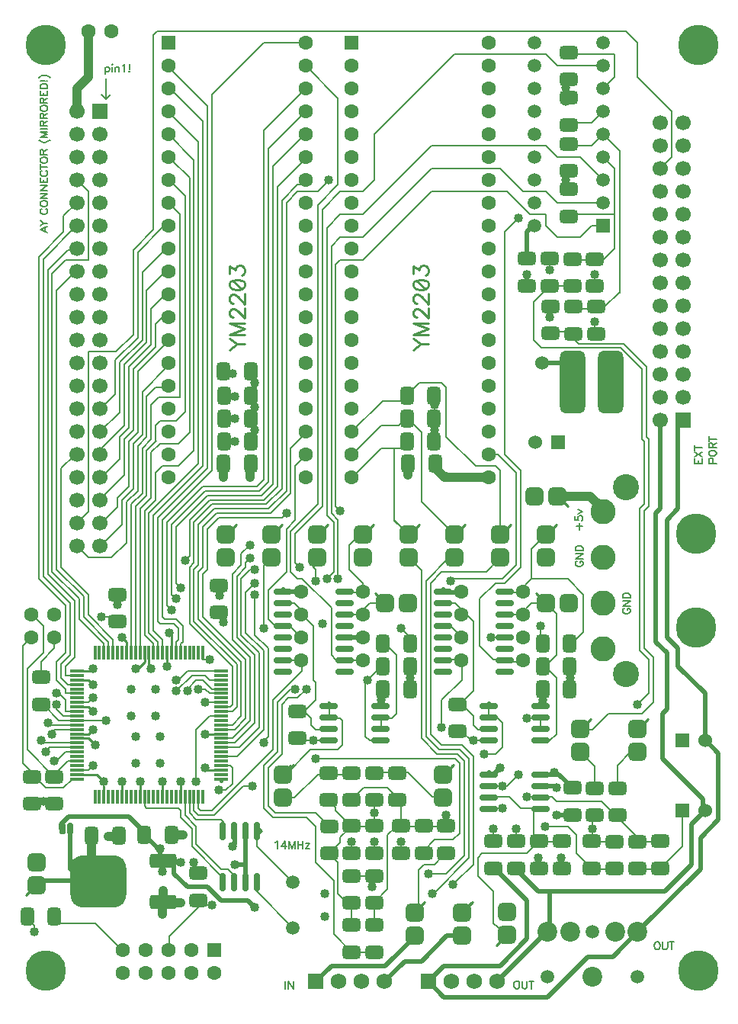
<source format=gtl>
G04*
G04  File:            TURBOFMPRO_B.GTL, Thu Nov 11 21:08:35 2021*
G04  Source:          P-CAD 2006 PCB, Version 19.02.958, (Z:\home\lvd\d\turbofmpro\pcad\TurboFMpro_b.pcb)*
G04  Format:          Gerber Format (RS-274-D), ASCII*
G04*
G04  Format Options:  Absolute Positioning*
G04                   Leading-Zero Suppression*
G04                   Scale Factor 1:1*
G04                   NO Circular Interpolation*
G04                   Millimeter Units*
G04                   Numeric Format: 4.4 (XXXX.XXXX)*
G04                   G54 NOT Used for Aperture Change*
G04                   Apertures Embedded*
G04*
G04  File Options:    Offset = (0.000mm,0.000mm)*
G04                   Drill Symbol Size = 2.032mm*
G04                   No Pad/Via Holes*
G04*
G04  File Contents:   Pads*
G04                   Vias*
G04                   No Designators*
G04                   No Types*
G04                   No Values*
G04                   No Drill Symbols*
G04                   Top*
G04*
%INTURBOFMPRO_B.GTL*%
%ICAS*%
%MOMM*%
G04*
G04  Aperture MACROs for general use --- invoked via D-code assignment *
G04*
G04  General MACRO for flashed round with rotation and/or offset hole *
%AMROTOFFROUND*
1,1,$1,0.0000,0.0000*
1,0,$2,$3,$4*%
G04*
G04  General MACRO for flashed oval (obround) with rotation and/or offset hole *
%AMROTOFFOVAL*
21,1,$1,$2,0.0000,0.0000,$3*
1,1,$4,$5,$6*
1,1,$4,0-$5,0-$6*
1,0,$7,$8,$9*%
G04*
G04  General MACRO for flashed oval (obround) with rotation and no hole *
%AMROTOVALNOHOLE*
21,1,$1,$2,0.0000,0.0000,$3*
1,1,$4,$5,$6*
1,1,$4,0-$5,0-$6*%
G04*
G04  General MACRO for flashed rectangle with rotation and/or offset hole *
%AMROTOFFRECT*
21,1,$1,$2,0.0000,0.0000,$3*
1,0,$4,$5,$6*%
G04*
G04  General MACRO for flashed rectangle with rotation and no hole *
%AMROTRECTNOHOLE*
21,1,$1,$2,0.0000,0.0000,$3*%
G04*
G04  General MACRO for flashed rounded-rectangle *
%AMROUNDRECT*
21,1,$1,$2-$4,0.0000,0.0000,$3*
21,1,$1-$4,$2,0.0000,0.0000,$3*
1,1,$4,$5,$6*
1,1,$4,$7,$8*
1,1,$4,0-$5,0-$6*
1,1,$4,0-$7,0-$8*
1,0,$9,$10,$11*%
G04*
G04  General MACRO for flashed rounded-rectangle with rotation and no hole *
%AMROUNDRECTNOHOLE*
21,1,$1,$2-$4,0.0000,0.0000,$3*
21,1,$1-$4,$2,0.0000,0.0000,$3*
1,1,$4,$5,$6*
1,1,$4,$7,$8*
1,1,$4,0-$5,0-$6*
1,1,$4,0-$7,0-$8*%
G04*
G04  General MACRO for flashed regular polygon *
%AMREGPOLY*
5,1,$1,0.0000,0.0000,$2,$3+$4*
1,0,$5,$6,$7*%
G04*
G04  General MACRO for flashed regular polygon with no hole *
%AMREGPOLYNOHOLE*
5,1,$1,0.0000,0.0000,$2,$3+$4*%
G04*
G04  General MACRO for target *
%AMTARGET*
6,0,0,$1,$2,$3,4,$4,$5,$6*%
G04*
G04  General MACRO for mounting hole *
%AMMTHOLE*
1,1,$1,0,0*
1,0,$2,0,0*
$1=$1-$2*
$1=$1/2*
21,1,$2+$1,$3,0,0,$4*
21,1,$3,$2+$1,0,0,$4*%
G04*
G04*
G04  D10 : "Ellipse X0.254mm Y0.254mm H0.000mm 0.0deg (0.000mm,0.000mm) Draw"*
G04  Disc: OuterDia=0.2540*
%ADD10C, 0.2540*%
G04  D11 : "Ellipse X0.381mm Y0.381mm H0.000mm 0.0deg (0.000mm,0.000mm) Draw"*
G04  Disc: OuterDia=0.3810*
%ADD11C, 0.3810*%
G04  D12 : "Ellipse X0.500mm Y0.500mm H0.000mm 0.0deg (0.000mm,0.000mm) Draw"*
G04  Disc: OuterDia=0.5000*
%ADD12C, 0.5000*%
G04  D13 : "Ellipse X0.100mm Y0.100mm H0.000mm 0.0deg (0.000mm,0.000mm) Draw"*
G04  Disc: OuterDia=0.1000*
%ADD13C, 0.1000*%
G04  D14 : "Ellipse X1.000mm Y1.000mm H0.000mm 0.0deg (0.000mm,0.000mm) Draw"*
G04  Disc: OuterDia=1.0000*
%ADD14C, 1.0000*%
G04  D15 : "Ellipse X0.127mm Y0.127mm H0.000mm 0.0deg (0.000mm,0.000mm) Draw"*
G04  Disc: OuterDia=0.1270*
%ADD15C, 0.1270*%
G04  D16 : "Ellipse X0.150mm Y0.150mm H0.000mm 0.0deg (0.000mm,0.000mm) Draw"*
G04  Disc: OuterDia=0.1500*
%ADD16C, 0.1500*%
G04  D17 : "Ellipse X0.200mm Y0.200mm H0.000mm 0.0deg (0.000mm,0.000mm) Draw"*
G04  Disc: OuterDia=0.2000*
%ADD17C, 0.2000*%
G04  D18 : "Ellipse X0.250mm Y0.250mm H0.000mm 0.0deg (0.000mm,0.000mm) Draw"*
G04  Disc: OuterDia=0.2500*
%ADD18C, 0.2500*%
G04  D19 : "Ellipse X2.581mm Y2.581mm H0.000mm 0.0deg (0.000mm,0.000mm) Flash"*
G04  Disc: OuterDia=2.5810*
%ADD19C, 2.5810*%
G04  D20 : "Ellipse X2.800mm Y2.800mm H0.000mm 0.0deg (0.000mm,0.000mm) Flash"*
G04  Disc: OuterDia=2.8000*
%ADD20C, 2.8000*%
G04  D21 : "Ellipse X3.181mm Y3.181mm H0.000mm 0.0deg (0.000mm,0.000mm) Flash"*
G04  Disc: OuterDia=3.1810*
%ADD21C, 3.1810*%
G04  D22 : "Ellipse X1.500mm Y1.500mm H0.000mm 0.0deg (0.000mm,0.000mm) Flash"*
G04  Disc: OuterDia=1.5000*
%ADD22C, 1.5000*%
G04  D23 : "Ellipse X1.524mm Y1.524mm H0.000mm 0.0deg (0.000mm,0.000mm) Flash"*
G04  Disc: OuterDia=1.5240*
%ADD23C, 1.5240*%
G04  D24 : "Ellipse X1.600mm Y1.600mm H0.000mm 0.0deg (0.000mm,0.000mm) Flash"*
G04  Disc: OuterDia=1.6000*
%ADD24C, 1.6000*%
G04  D25 : "Ellipse X1.700mm Y1.700mm H0.000mm 0.0deg (0.000mm,0.000mm) Flash"*
G04  Disc: OuterDia=1.7000*
%ADD25C, 1.7000*%
G04  D26 : "Ellipse X1.750mm Y1.750mm H0.000mm 0.0deg (0.000mm,0.000mm) Flash"*
G04  Disc: OuterDia=1.7500*
%ADD26C, 1.7500*%
G04  D27 : "Ellipse X1.881mm Y1.881mm H0.000mm 0.0deg (0.000mm,0.000mm) Flash"*
G04  Disc: OuterDia=1.8810*
%ADD27C, 1.8810*%
G04  D28 : "Ellipse X1.905mm Y1.905mm H0.000mm 0.0deg (0.000mm,0.000mm) Flash"*
G04  Disc: OuterDia=1.9050*
%ADD28C, 1.9050*%
G04  D29 : "Ellipse X1.981mm Y1.981mm H0.000mm 0.0deg (0.000mm,0.000mm) Flash"*
G04  Disc: OuterDia=1.9810*
%ADD29C, 1.9810*%
G04  D30 : "Ellipse X2.081mm Y2.081mm H0.000mm 0.0deg (0.000mm,0.000mm) Flash"*
G04  Disc: OuterDia=2.0810*
%ADD30C, 2.0810*%
G04  D31 : "Ellipse X2.131mm Y2.131mm H0.000mm 0.0deg (0.000mm,0.000mm) Flash"*
G04  Disc: OuterDia=2.1310*
%ADD31C, 2.1310*%
G04  D32 : "Ellipse X2.200mm Y2.200mm H0.000mm 0.0deg (0.000mm,0.000mm) Flash"*
G04  Disc: OuterDia=2.2000*
%ADD32C, 2.2000*%
G04  D33 : "Rounded Rectangle X2.800mm Y7.000mm H0.000mm 0.0deg (0.000mm,0.000mm) Flash"*
G04  RoundRct: DimX=2.8000, DimY=7.0000, CornerRad=0.7000, Rotation=0.0, OffsetX=0.0000, OffsetY=0.0000, HoleDia=0.0000 *
%ADD33ROUNDRECTNOHOLE, 2.8000 X7.0000 X0.0 X1.4000 X-0.7000 X-2.8000 X-0.7000 X2.8000*%
G04  D34 : "Rounded Rectangle X3.000mm Y1.600mm H0.000mm 0.0deg (0.000mm,0.000mm) Flash"*
G04  RoundRct: DimX=3.0000, DimY=1.6000, CornerRad=0.4000, Rotation=0.0, OffsetX=0.0000, OffsetY=0.0000, HoleDia=0.0000 *
%ADD34ROUNDRECTNOHOLE, 3.0000 X1.6000 X0.0 X0.8000 X-1.1000 X-0.4000 X-1.1000 X0.4000*%
G04  D35 : "Rounded Rectangle X3.181mm Y7.381mm H0.000mm 0.0deg (0.000mm,0.000mm) Flash"*
G04  RoundRct: DimX=3.1810, DimY=7.3810, CornerRad=0.7953, Rotation=0.0, OffsetX=0.0000, OffsetY=0.0000, HoleDia=0.0000 *
%ADD35ROUNDRECTNOHOLE, 3.1810 X7.3810 X0.0 X1.5905 X-0.7953 X-2.8952 X-0.7953 X2.8952*%
G04  D36 : "Rounded Rectangle X3.381mm Y1.981mm H0.000mm 0.0deg (0.000mm,0.000mm) Flash"*
G04  RoundRct: DimX=3.3810, DimY=1.9810, CornerRad=0.4953, Rotation=0.0, OffsetX=0.0000, OffsetY=0.0000, HoleDia=0.0000 *
%ADD36ROUNDRECTNOHOLE, 3.3810 X1.9810 X0.0 X0.9905 X-1.1953 X-0.4953 X-1.1953 X0.4953*%
G04  D37 : "Rounded Rectangle X6.200mm Y5.800mm H0.000mm 0.0deg (0.000mm,0.000mm) Flash"*
G04  RoundRct: DimX=6.2000, DimY=5.8000, CornerRad=1.4500, Rotation=0.0, OffsetX=0.0000, OffsetY=0.0000, HoleDia=0.0000 *
%ADD37ROUNDRECTNOHOLE, 6.2000 X5.8000 X0.0 X2.9000 X-1.6500 X-1.4500 X-1.6500 X1.4500*%
G04  D38 : "Rounded Rectangle X6.581mm Y6.181mm H0.000mm 0.0deg (0.000mm,0.000mm) Flash"*
G04  RoundRct: DimX=6.5810, DimY=6.1810, CornerRad=1.5453, Rotation=0.0, OffsetX=0.0000, OffsetY=0.0000, HoleDia=0.0000 *
%ADD38ROUNDRECTNOHOLE, 6.5810 X6.1810 X0.0 X3.0905 X-1.7453 X-1.5453 X-1.7453 X1.5453*%
G04  D39 : "Rounded Rectangle X0.635mm Y1.270mm H0.000mm 0.0deg (0.000mm,0.000mm) Flash"*
G04  RoundRct: DimX=0.6350, DimY=1.2700, CornerRad=0.1588, Rotation=0.0, OffsetX=0.0000, OffsetY=0.0000, HoleDia=0.0000 *
%ADD39ROUNDRECTNOHOLE, 0.6350 X1.2700 X0.0 X0.3175 X-0.1588 X-0.4763 X-0.1588 X0.4763*%
G04  D40 : "Rounded Rectangle X1.500mm Y2.000mm H0.000mm 0.0deg (0.000mm,0.000mm) Flash"*
G04  RoundRct: DimX=1.5000, DimY=2.0000, CornerRad=0.3750, Rotation=0.0, OffsetX=0.0000, OffsetY=0.0000, HoleDia=0.0000 *
%ADD40ROUNDRECTNOHOLE, 1.5000 X2.0000 X0.0 X0.7500 X-0.3750 X-0.6250 X-0.3750 X0.6250*%
G04  D41 : "Rounded Rectangle X2.000mm Y1.500mm H0.000mm 0.0deg (0.000mm,0.000mm) Flash"*
G04  RoundRct: DimX=2.0000, DimY=1.5000, CornerRad=0.3750, Rotation=0.0, OffsetX=0.0000, OffsetY=0.0000, HoleDia=0.0000 *
%ADD41ROUNDRECTNOHOLE, 2.0000 X1.5000 X0.0 X0.7500 X-0.6250 X-0.3750 X-0.6250 X0.3750*%
G04  D42 : "Rounded Rectangle X1.600mm Y0.300mm H0.000mm 0.0deg (0.000mm,0.000mm) Flash"*
G04  RoundRct: DimX=1.6000, DimY=0.3000, CornerRad=0.0750, Rotation=0.0, OffsetX=0.0000, OffsetY=0.0000, HoleDia=0.0000 *
%ADD42ROUNDRECTNOHOLE, 1.6000 X0.3000 X0.0 X0.1500 X-0.7250 X-0.0750 X-0.7250 X0.0750*%
G04  D43 : "Rounded Rectangle X0.300mm Y1.600mm H0.000mm 0.0deg (0.000mm,0.000mm) Flash"*
G04  RoundRct: DimX=0.3000, DimY=1.6000, CornerRad=0.0750, Rotation=0.0, OffsetX=0.0000, OffsetY=0.0000, HoleDia=0.0000 *
%ADD43ROUNDRECTNOHOLE, 0.3000 X1.6000 X0.0 X0.1500 X-0.0750 X-0.7250 X-0.0750 X0.7250*%
G04  D44 : "Rounded Rectangle X1.016mm Y1.651mm H0.000mm 0.0deg (0.000mm,0.000mm) Flash"*
G04  RoundRct: DimX=1.0160, DimY=1.6510, CornerRad=0.2540, Rotation=0.0, OffsetX=0.0000, OffsetY=0.0000, HoleDia=0.0000 *
%ADD44ROUNDRECTNOHOLE, 1.0160 X1.6510 X0.0 X0.5080 X-0.2540 X-0.5715 X-0.2540 X0.5715*%
G04  D45 : "Rounded Rectangle X1.881mm Y2.381mm H0.000mm 0.0deg (0.000mm,0.000mm) Flash"*
G04  RoundRct: DimX=1.8810, DimY=2.3810, CornerRad=0.4703, Rotation=0.0, OffsetX=0.0000, OffsetY=0.0000, HoleDia=0.0000 *
%ADD45ROUNDRECTNOHOLE, 1.8810 X2.3810 X0.0 X0.9405 X-0.4703 X-0.7203 X-0.4703 X0.7203*%
G04  D46 : "Rounded Rectangle X2.381mm Y1.881mm H0.000mm 0.0deg (0.000mm,0.000mm) Flash"*
G04  RoundRct: DimX=2.3810, DimY=1.8810, CornerRad=0.4703, Rotation=0.0, OffsetX=0.0000, OffsetY=0.0000, HoleDia=0.0000 *
%ADD46ROUNDRECTNOHOLE, 2.3810 X1.8810 X0.0 X0.9405 X-0.7203 X-0.4703 X-0.7203 X0.4703*%
G04  D47 : "Rounded Rectangle X1.981mm Y0.681mm H0.000mm 0.0deg (0.000mm,0.000mm) Flash"*
G04  RoundRct: DimX=1.9810, DimY=0.6810, CornerRad=0.1703, Rotation=0.0, OffsetX=0.0000, OffsetY=0.0000, HoleDia=0.0000 *
%ADD47ROUNDRECTNOHOLE, 1.9810 X0.6810 X0.0 X0.3405 X-0.8203 X-0.1703 X-0.8203 X0.1703*%
G04  D48 : "Rounded Rectangle X0.681mm Y1.981mm H0.000mm 0.0deg (0.000mm,0.000mm) Flash"*
G04  RoundRct: DimX=0.6810, DimY=1.9810, CornerRad=0.1703, Rotation=0.0, OffsetX=0.0000, OffsetY=0.0000, HoleDia=0.0000 *
%ADD48ROUNDRECTNOHOLE, 0.6810 X1.9810 X0.0 X0.3405 X-0.1703 X-0.8203 X-0.1703 X0.8203*%
G04  D49 : "Rounded Rectangle X2.000mm Y2.000mm H0.000mm 0.0deg (0.000mm,0.000mm) Flash"*
G04  RoundRct: DimX=2.0000, DimY=2.0000, CornerRad=0.5000, Rotation=0.0, OffsetX=0.0000, OffsetY=0.0000, HoleDia=0.0000 *
%ADD49ROUNDRECTNOHOLE, 2.0000 X2.0000 X0.0 X1.0000 X-0.5000 X-0.5000 X-0.5000 X0.5000*%
G04  D50 : "Rounded Rectangle X2.032mm Y0.660mm H0.000mm 0.0deg (0.000mm,0.000mm) Flash"*
G04  RoundRct: DimX=2.0320, DimY=0.6604, CornerRad=0.1651, Rotation=0.0, OffsetX=0.0000, OffsetY=0.0000, HoleDia=0.0000 *
%ADD50ROUNDRECTNOHOLE, 2.0320 X0.6604 X0.0 X0.3302 X-0.8509 X-0.1651 X-0.8509 X0.1651*%
G04  D51 : "Rounded Rectangle X0.660mm Y2.032mm H0.000mm 0.0deg (0.000mm,0.000mm) Flash"*
G04  RoundRct: DimX=0.6604, DimY=2.0320, CornerRad=0.1651, Rotation=0.0, OffsetX=0.0000, OffsetY=0.0000, HoleDia=0.0000 *
%ADD51ROUNDRECTNOHOLE, 0.6604 X2.0320 X0.0 X0.3302 X-0.1651 X-0.8509 X-0.1651 X0.8509*%
G04  D52 : "Rounded Rectangle X2.381mm Y2.381mm H0.000mm 0.0deg (0.000mm,0.000mm) Flash"*
G04  RoundRct: DimX=2.3810, DimY=2.3810, CornerRad=0.5953, Rotation=0.0, OffsetX=0.0000, OffsetY=0.0000, HoleDia=0.0000 *
%ADD52ROUNDRECTNOHOLE, 2.3810 X2.3810 X0.0 X1.1905 X-0.5953 X-0.5953 X-0.5953 X0.5953*%
G04  D53 : "Rounded Rectangle X2.413mm Y1.041mm H0.000mm 0.0deg (0.000mm,0.000mm) Flash"*
G04  RoundRct: DimX=2.4130, DimY=1.0414, CornerRad=0.2604, Rotation=0.0, OffsetX=0.0000, OffsetY=0.0000, HoleDia=0.0000 *
%ADD53ROUNDRECTNOHOLE, 2.4130 X1.0414 X0.0 X0.5207 X-0.9462 X-0.2604 X-0.9462 X0.2604*%
G04  D54 : "Rounded Rectangle X1.041mm Y2.413mm H0.000mm 0.0deg (0.000mm,0.000mm) Flash"*
G04  RoundRct: DimX=1.0414, DimY=2.4130, CornerRad=0.2604, Rotation=0.0, OffsetX=0.0000, OffsetY=0.0000, HoleDia=0.0000 *
%ADD54ROUNDRECTNOHOLE, 1.0414 X2.4130 X0.0 X0.5207 X-0.2604 X-0.9462 X-0.2604 X0.9462*%
G04  D55 : "Rectangle X1.500mm Y1.500mm H0.000mm 0.0deg (0.000mm,0.000mm) Flash"*
G04  Square: Side=1.5000, Rotation=0.0, OffsetX=0.0000, OffsetY=0.0000, HoleDia=0.0000*
%ADD55R, 1.5000 X1.5000*%
G04  D56 : "Rectangle X1.524mm Y1.524mm H0.000mm 0.0deg (0.000mm,0.000mm) Flash"*
G04  Square: Side=1.5240, Rotation=0.0, OffsetX=0.0000, OffsetY=0.0000, HoleDia=0.0000*
%ADD56R, 1.5240 X1.5240*%
G04  D57 : "Rectangle X1.600mm Y1.600mm H0.000mm 0.0deg (0.000mm,0.000mm) Flash"*
G04  Square: Side=1.6000, Rotation=0.0, OffsetX=0.0000, OffsetY=0.0000, HoleDia=0.0000*
%ADD57R, 1.6000 X1.6000*%
G04  D58 : "Rectangle X1.700mm Y1.700mm H0.000mm 0.0deg (0.000mm,0.000mm) Flash"*
G04  Square: Side=1.7000, Rotation=0.0, OffsetX=0.0000, OffsetY=0.0000, HoleDia=0.0000*
%ADD58R, 1.7000 X1.7000*%
G04  D59 : "Rectangle X1.750mm Y1.750mm H0.000mm 0.0deg (0.000mm,0.000mm) Flash"*
G04  Square: Side=1.7500, Rotation=0.0, OffsetX=0.0000, OffsetY=0.0000, HoleDia=0.0000*
%ADD59R, 1.7500 X1.7500*%
G04  D60 : "Rectangle X1.881mm Y1.881mm H0.000mm 0.0deg (0.000mm,0.000mm) Flash"*
G04  Square: Side=1.8810, Rotation=0.0, OffsetX=0.0000, OffsetY=0.0000, HoleDia=0.0000*
%ADD60R, 1.8810 X1.8810*%
G04  D61 : "Rectangle X1.905mm Y1.905mm H0.000mm 0.0deg (0.000mm,0.000mm) Flash"*
G04  Square: Side=1.9050, Rotation=0.0, OffsetX=0.0000, OffsetY=0.0000, HoleDia=0.0000*
%ADD61R, 1.9050 X1.9050*%
G04  D62 : "Rectangle X1.981mm Y1.981mm H0.000mm 0.0deg (0.000mm,0.000mm) Flash"*
G04  Square: Side=1.9810, Rotation=0.0, OffsetX=0.0000, OffsetY=0.0000, HoleDia=0.0000*
%ADD62R, 1.9810 X1.9810*%
G04  D63 : "Rectangle X2.081mm Y2.081mm H0.000mm 0.0deg (0.000mm,0.000mm) Flash"*
G04  Square: Side=2.0810, Rotation=0.0, OffsetX=0.0000, OffsetY=0.0000, HoleDia=0.0000*
%ADD63R, 2.0810 X2.0810*%
G04  D64 : "Rectangle X2.131mm Y2.131mm H0.000mm 0.0deg (0.000mm,0.000mm) Flash"*
G04  Square: Side=2.1310, Rotation=0.0, OffsetX=0.0000, OffsetY=0.0000, HoleDia=0.0000*
%ADD64R, 2.1310 X2.1310*%
G04  D65 : "Ellipse X2.900mm Y2.900mm H0.000mm 0.0deg (0.000mm,0.000mm) Flash"*
G04  Disc: OuterDia=2.9000*
%ADD65C, 2.9000*%
G04  D66 : "Ellipse X3.281mm Y3.281mm H0.000mm 0.0deg (0.000mm,0.000mm) Flash"*
G04  Disc: OuterDia=3.2810*
%ADD66C, 3.2810*%
G04  D67 : "Ellipse X4.500mm Y4.500mm H0.000mm 0.0deg (0.000mm,0.000mm) Flash"*
G04  Disc: OuterDia=4.5000*
%ADD67C, 4.5000*%
G04  D68 : "Ellipse X4.881mm Y4.881mm H0.000mm 0.0deg (0.000mm,0.000mm) Flash"*
G04  Disc: OuterDia=4.8810*
%ADD68C, 4.8810*%
G04  D69 : "Ellipse X1.016mm Y1.016mm H0.000mm 0.0deg (0.000mm,0.000mm) Flash"*
G04  Disc: OuterDia=1.0160*
%ADD69C, 1.0160*%
G04  D70 : "Ellipse X1.397mm Y1.397mm H0.000mm 0.0deg (0.000mm,0.000mm) Flash"*
G04  Disc: OuterDia=1.3970*
%ADD70C, 1.3970*%
G04*
%FSLAX44Y44*%
%SFA1B1*%
%OFA0.000B0.000*%
G04*
G71*
G90*
G01*
D2*
%LNTop*%
D17*
X2187500Y747500*
Y740000D1*
X2182500Y752500D2*
X2179760Y757500D1*
X2182500Y752500D2*
X2187500Y747500D1*
D2*
D12*
X2192500Y797500*
X2190000Y792300D1*
D2*
D18*
X2183650Y785950*
X2190000Y792300D1*
D2*
D17*
X2192260Y882260*
X2185000D1*
X2192260D2*
X2195000Y885000D1*
X2197500*
X2175000Y927500D2*
X2185000Y917500D1*
X2205000Y945000D2*
X2200000Y940000D1*
X2195000Y952500D2*
X2197500Y950000D1*
X2205000Y960000D2*
X2207500D1*
X2205000Y970000D2*
X2202500Y972500D1*
X2195000Y992500D2*
Y992740D1*
Y992500D2*
X2197500D1*
X2197260Y1025000D2*
X2197500D1*
X2194760Y1022500D2*
X2192500D1*
X2197500Y1025000D2*
X2195000Y1022500D1*
X2194760*
X2195000Y1022740D2*
X2194760Y1022500D1*
X2197463Y1025203D2*
X2197260Y1025000D1*
X2195000Y1022740D2*
X2197260Y1025000D1*
X2197500Y1050000D2*
X2180000Y1032500D1*
X2195000Y1025000D2*
Y1027740D1*
X2192463Y1025276D2*
X2194926Y1027740D1*
X2195000*
Y1040000*
X2192463Y1025276D2*
X2193870Y1023870D1*
X2195000Y1022740*
X2192500Y1022500D2*
X2193870Y1023870D1*
X2195000Y1025000*
X2184400Y1092400D2*
X2187500Y1090000D1*
X2197500Y1080000*
X2282500Y722500D2*
X2255000Y750000D1*
D2*
D12*
X2237023Y793650*
X2236752Y793831D1*
X2235647Y793436D2*
X2237023Y793650D1*
X2235647Y793436D2*
X2235209Y793655D1*
X2235253Y793374D2*
X2235647Y793436D1*
X2235253Y793374D2*
X2235209Y793655D1*
D2*
D14*
X2251500Y816000*
X2235000Y817500D1*
X2238500Y810000D2*
X2244980D1*
D2*
D12*
X2227500Y818000*
X2235476Y810023D1*
X2242103Y794443D2*
X2257487Y796200D1*
X2242103Y794443D2*
X2249849Y795650D1*
X2235209Y793655D2*
X2235000Y795000D1*
X2258209Y796770D2*
X2258500Y797000D1*
X2257487Y796200D2*
X2258209Y796770D1*
D2*
D14*
X2258780Y796200D1*
X2258050Y796929D2*
X2258209Y796770D1*
D2*
D12*
X2257487Y796200*
X2258780D1*
X2253370D2*
X2257487D1*
X2258050Y796929D2*
X2258500Y797000D1*
X2253370Y796200D2*
X2258050Y796929D1*
D2*
D14*
X2244980Y810000*
X2258050Y796929D1*
D2*
D12*
X2250206Y795706*
X2253370Y796200D1*
X2250700D2*
X2253370D1*
X2249849Y795650D2*
X2250206Y795706D1*
X2249849Y795650D2*
X2250000Y795500D1*
X2250206Y795706D2*
X2250700Y796200D1*
X2250000Y795500D2*
X2250206Y795706D1*
X2227500Y810000D2*
Y818000D1*
X2235000Y817500*
X2235476Y810023D2*
X2249849Y795650D1*
D2*
D14*
X2235476Y810023*
X2238500Y810000D1*
X2251500Y816000D2*
X2235476Y810023D1*
D2*
D12*
X2237023Y793650*
X2242103Y794443D1*
X2235000Y797500D2*
X2245000D1*
X2235000D2*
Y795000D1*
X2236752Y793831D2*
X2237599Y793928D1*
X2242103Y794443*
X2245000Y797500D2*
X2237599Y793928D1*
X2237023Y793650*
X2235209Y793655D2*
X2236488Y793801D1*
X2236752Y793831*
X2236488Y793801D2*
X2235647Y793436D1*
X2236752Y793831D2*
X2236675Y793883D1*
X2235000Y795000*
X2245000Y797500D2*
X2236675Y793883D1*
X2236488Y793801*
D2*
D17*
X2265000Y902500*
Y907500D1*
X2230000Y910000D2*
X2220000Y900000D1*
X2235000Y910000D2*
X2230000D1*
X2281260Y839200D2*
X2279000Y841460D1*
D2*
D12*
X2281260Y846000*
X2279000D1*
X2281500D2*
X2281260D1*
D2*
D17*
Y846096D1*
Y839200D2*
Y846000D1*
X2279000D2*
Y847000D1*
Y841460D2*
Y846000D1*
X2281260Y846096D2*
X2281500Y846000D1*
X2279000Y847000D2*
X2281260Y846096D1*
Y847000*
D2*
D14*
X2279000Y846000*
X2269500D1*
D2*
D12*
X2217500Y860000*
X2225500Y868000D1*
X2217500Y860000D2*
X2218610Y858890D1*
X2217500Y855000D2*
X2218610D1*
Y858890D2*
X2217500Y855000D1*
Y860000D2*
Y855000D1*
D2*
D18*
X2265000Y890000*
Y902500D1*
D2*
D17*
X2235000Y980000*
X2220000D1*
X2235000Y985000D2*
X2222500D1*
X2235000Y920000D2*
X2247500D1*
X2252500Y925000*
X2215000Y917500D2*
Y920000D1*
X2235000Y930000D2*
X2225000D1*
X2215000Y920000*
X2235000Y940000D2*
X2222500D1*
X2212500Y930000*
X2215000Y975000D2*
X2235000D1*
X2220000Y980000D2*
X2212500Y987500D1*
X2235000Y975000D2*
X2267500D1*
D2*
D18*
X2235000Y955000*
X2247500D1*
X2255000Y947500*
X2235000Y960000D2*
X2247500D1*
X2252500Y965000*
D2*
D17*
X2235000Y1015000*
X2225000D1*
X2235000Y1025000D2*
X2222500D1*
X2217500Y1022500D2*
X2225000Y1015000D1*
X2247500Y995000D2*
X2252500Y1000000D1*
X2235000Y995000D2*
X2247500D1*
X2235000Y1005000D2*
X2227500D1*
X2222500*
Y1010000D2*
Y1005000D1*
X2212500Y1020000D2*
X2222500Y1010000D1*
X2215000Y1005000D2*
X2212500D1*
X2215000D2*
X2222500Y997500D1*
X2265000Y1060000D2*
Y1050000D1*
X2270000Y1062500D2*
Y1050000D1*
X2275000D2*
Y1065000D1*
X2212500Y1020000D2*
Y1040000D1*
X2222500Y1050000*
X2217500Y1022500D2*
Y1037500D1*
X2227500Y1047500*
X2222500Y1025000D2*
Y1035000D1*
X2232500Y1045000*
D2*
D18*
X2250000Y1030000*
X2252500Y1032500D1*
X2235000Y1030000D2*
X2250000D1*
X2247500Y1020000D2*
X2235000D1*
X2247500D2*
X2252500Y1015000D1*
D2*
D17*
X2280000Y1114760*
Y1104000D1*
X2237500Y1087500D2*
Y1110000D1*
X2242500Y1090000D2*
Y1112500D1*
X2247500Y1092500D2*
Y1115000D1*
X2280000Y1084760D2*
X2272500Y1090000D1*
X2262500*
X2247900Y1206500D2*
X2235200Y1193800D1*
X2247900Y1155700D2*
X2273300D1*
X2235200Y1168400D2*
X2247900Y1155700D1*
X2273300D2*
Y1155800D1*
X2260600Y1168400D2*
Y1167900D1*
Y1192900D2*
Y1193800D1*
Y1192900D2*
X2280000Y1212300D1*
X2260600Y1243100D2*
Y1244600D1*
X2282500Y1290000D2*
Y1265000D1*
X2260600Y1243100D2*
X2282500Y1265000D1*
X2260600Y1275400D2*
Y1270000D1*
X2232500Y1269800D2*
X2217500Y1254800D1*
X2235200Y1272300D2*
Y1270000D1*
X2232500Y1269600D2*
Y1269800D1*
X2235200Y1272300D2*
X2232500Y1269600D1*
X2260600Y1320400D2*
Y1320800D1*
Y1320400D2*
X2277500Y1337300D1*
X2247900Y1384500D2*
X2278500D1*
X2235200Y1473200D2*
X2235000Y1473000D1*
Y1472500*
X2232700D2*
X2235000D1*
X2212500Y1452300D2*
X2232700Y1472500D1*
X2222500Y1485900D2*
X2247900D1*
X2225000Y1497500D2*
X2235000D1*
X2235200Y1498600D2*
X2235000Y1497500D1*
X2235200Y1574800D2*
X2247900Y1562100D1*
X2235200Y1549400D2*
X2235000Y1549600D1*
Y1550000*
X2220000Y1535000*
X2262500Y1670000D2*
X2267500Y1665000D1*
X2272500Y1670000*
D2*
D14*
X2247900Y1689100*
Y1739900D1*
D2*
D17*
X2336700Y720000*
X2337500Y725000D1*
Y735000*
D2*
D14*
X2330500Y772000*
X2330580Y772080D1*
D2*
D12*
X2328238Y821401*
X2330580Y819060D1*
X2326041Y821401D2*
X2328238D1*
X2328825Y820000D2*
X2329153Y819513D1*
X2327880Y821401D2*
X2328825Y820000D1*
X2329640*
X2327500D2*
X2328825D1*
X2327500Y821966D2*
X2327880Y821401D1*
X2328238*
X2327500D2*
X2327880D1*
X2327262Y822318D2*
X2327500Y821966D1*
Y822140*
Y821401D2*
Y821966D1*
X2327140Y822500D2*
X2327262Y822318D1*
X2327291Y822348*
X2326344Y821401D2*
X2327262Y822318D1*
X2329153Y819513D2*
X2329500Y819000D1*
X2329153Y819513D2*
X2329022Y819382D1*
X2329640Y820000D2*
X2329153Y819513D1*
X2329500Y818117D2*
Y817815D1*
Y819000D2*
Y818117D1*
X2329637*
X2329022D2*
X2329500D1*
Y817815D2*
Y807000D1*
Y817815D2*
X2330000Y817500D1*
X2329022Y818117D2*
X2329500Y817815D1*
Y807000D2*
X2330000Y807500D1*
X2330500Y808000D2*
X2330000Y807500D1*
X2327140Y820000D2*
X2327500D1*
Y821401*
Y819640D2*
Y820000D1*
X2330000Y818480D2*
X2330580Y819060D1*
X2329637Y818117D2*
X2330000Y818480D1*
Y817500*
Y819640D2*
Y818480D1*
X2326344Y821401D2*
X2327500D1*
X2326041D2*
X2326344D1*
X2326041Y821098D2*
X2326344Y821401D1*
X2330000Y819640D2*
X2330580Y819060D1*
X2328238Y821401D2*
X2329640Y820000D1*
X2327500Y822140D2*
X2328238Y821401D1*
X2327291Y822348D2*
X2327500Y822140D1*
X2324640Y822500D2*
X2327140D1*
X2327291Y822348D2*
X2327500Y822556D1*
X2327140Y822500D2*
X2327291Y822348D1*
X2326041Y821098D2*
X2327140Y820000D1*
Y822500D2*
X2327500Y822860D1*
X2329022Y818117D2*
X2327500Y819640D1*
X2329022Y819382D2*
Y818117D1*
X2324640Y822500D2*
X2326041Y821098D1*
X2329640Y820000D2*
X2330000Y819640D1*
D2*
D17*
X2330580Y773340*
X2332500Y772500D1*
D2*
D12*
X2327500Y822140*
Y822556D1*
Y822860*
Y830000*
Y832500*
D2*
D14*
X2330580Y772080*
Y772500D1*
Y773340*
X2350000Y772500D2*
X2332500D1*
X2330580*
X2330500Y786000D2*
Y772500D1*
Y772000*
X2330580Y772500D2*
X2330500D1*
X2330000*
D2*
D12*
X2357500Y790000*
X2342500Y805000D1*
Y817500*
X2340940Y819060*
X2330580*
X2330000Y817500D2*
X2342500D1*
X2350000*
D2*
D17*
X2360000Y890000*
Y872500D1*
X2355000Y890000D2*
Y870000D1*
X2310000Y895000D2*
Y890000D1*
Y880000*
X2312500Y877500*
X2347500*
X2350000Y875000*
Y867500*
D2*
D12*
X2307500Y853000*
X2309760Y850740D1*
Y847500*
X2310000Y850000*
X2309760Y847500D2*
X2310000D1*
D2*
D14*
X2339760*
X2352500D1*
D2*
D12*
X2292500Y868000*
X2307500Y853000D1*
D2*
D18*
X2350000Y890000*
Y907500D1*
X2330000Y890000D2*
Y907500D1*
X2305000Y890000D2*
Y907500D1*
D2*
D17*
X2347500Y1020000*
X2345000D1*
X2357500Y1030000D2*
X2347500Y1020000D1*
X2302500Y1032500D2*
X2300000D1*
X2357500Y1010000D2*
Y1007500D1*
X2320000Y1050000D2*
Y1060000D1*
X2325000Y1050000D2*
Y1062500D1*
X2330000Y1050000D2*
Y1065000D1*
X2350000Y1050000D2*
Y1060000D1*
X2345000Y1050000D2*
Y1062500D1*
X2335000Y1037500D2*
Y1035000D1*
X2315000D2*
X2317500Y1032500D1*
D2*
D18*
X2290000Y1062500*
Y1050000D1*
X2335000D2*
Y1037500D1*
X2315000Y1050000D2*
Y1035000D1*
X2310000Y1040000D2*
X2302500Y1032500D1*
X2310000Y1050000D2*
Y1040000D1*
D2*
D17*
X2345000Y1062500*
X2347500Y1065000D1*
X2350000Y1060000D2*
X2352500Y1062500D1*
X2340000Y1070000D2*
X2337500Y1072500D1*
X2347500Y1077500D2*
X2342500Y1082500D1*
X2327500*
X2325000Y1085000*
X2352500Y1080000D2*
X2345000Y1087500D1*
X2332500*
X2330000Y1090000*
X2335000Y1102500D2*
X2340000Y1097500D1*
Y1115000D2*
X2345000Y1110000D1*
X2350000Y1122500D2*
X2345000Y1127500D1*
X2360000Y1197500D2*
Y1157500D1*
X2355000Y1152500D2*
X2360000Y1157500D1*
X2290000Y1217500D2*
Y1172500D1*
X2347500Y1282500D2*
X2327500D1*
X2322700Y1285200D2*
X2322500Y1285400D1*
X2347500Y1257500D2*
X2330000D1*
X2322500Y1250000*
X2317500Y1287500D2*
X2307500Y1277500D1*
X2312500Y1275000D2*
X2322700Y1285200D1*
X2327500Y1282500D2*
X2317500Y1272500D1*
Y1222500D2*
Y1272500D1*
X2312500Y1275000D2*
Y1225000D1*
X2307500Y1277500D2*
Y1227500D1*
X2312500Y1290000D2*
X2302500Y1280000D1*
Y1230000*
X2307500Y1292500D2*
X2297500Y1282500D1*
Y1232500*
X2292500Y1285000D2*
Y1235000D1*
X2287500Y1287500D2*
Y1247300D1*
X2332500Y1345000D2*
X2336800Y1346200D1*
X2332500Y1345000D2*
X2322500D1*
X2326000Y1333500D2*
X2349500D1*
X2326000D2*
X2317500Y1325000D1*
X2322500Y1345000D2*
X2312500Y1335000D1*
X2335000Y1367500D2*
X2307500Y1340000D1*
X2297500Y1297500D2*
Y1365000D1*
X2292500Y1367500D2*
Y1300000D1*
X2345000Y1307500D2*
X2355000Y1317500D1*
X2327500Y1307500D2*
X2322500Y1302500D1*
X2345000Y1307500D2*
X2327500D1*
X2287500Y1302300D2*
Y1370000D1*
X2336800Y1422400D2*
X2330000Y1422500D1*
X2336800Y1397000D2*
X2335000Y1395000D1*
X2322500Y1390000D2*
Y1415000D1*
X2330000Y1422500*
X2317500Y1392500D2*
Y1432500D1*
X2336800Y1498600D2*
X2332500Y1497500D1*
X2336800Y1473200D2*
X2332500Y1472500D1*
X2333200Y1473200D2*
X2336800D1*
X2333600Y1498600D2*
X2336800D1*
X2330000Y1522500D2*
X2332500D1*
X2312500Y1452500D2*
X2332500Y1472500D1*
X2333200Y1473200*
X2307500Y1472500D2*
X2332500Y1497500D1*
X2333600Y1498600*
X2330000Y1522500D2*
X2302500Y1495000D1*
X2297500Y1497500D2*
X2320000Y1520000D1*
X2336800Y1549400D2*
X2349500Y1536700D1*
X2340000Y1597500D2*
X2360000Y1577500D1*
X2336800Y1574800D2*
X2340000Y1572500D1*
X2355000Y1557500*
X2336800Y1651000D2*
X2340000Y1647500D1*
X2336800Y1701800D2*
X2340000Y1697500D1*
X2324100Y1739900D2*
X2320000Y1735800D1*
X2409600Y795350D2*
X2410000Y795750D1*
X2435000Y785000D2*
Y795350D1*
X2402500Y810000D2*
X2410000Y802500D1*
Y795750D2*
Y802500D1*
X2396900Y795350D2*
X2397500Y795950D1*
Y800000*
X2395000Y810000D2*
X2402500D1*
X2370000Y780000D2*
Y775240D1*
D2*
D12*
X2422500Y800000*
X2422300Y799800D1*
Y795350*
X2410000Y815000D2*
X2422500D1*
Y800000*
D2*
D17*
X2370000Y805240*
X2365000Y807500D1*
Y817500D2*
Y807500D1*
X2370000Y767500D2*
Y770500D1*
Y775240*
Y770500D2*
X2385000Y770000D1*
D2*
D12*
X2432500Y767500*
X2425000Y775000D1*
X2395000*
X2380000Y790000*
D2*
D17*
X2370000Y890000*
Y877500D1*
X2372500Y875000*
X2385000*
X2365000Y890000D2*
Y875000D1*
X2370000Y870000*
X2387500*
X2420000Y902500*
X2430000*
X2407500Y905000D2*
X2400000Y897500D1*
X2392500*
X2435000Y852500D2*
Y850000D1*
X2409600Y852500D2*
X2410000Y852100D1*
X2367500Y865000D2*
X2395000D1*
X2397500Y862500*
Y852500*
X2396900D2*
X2397500D1*
D2*
D12*
X2422300*
X2422500Y847500D1*
X2422300Y852500D2*
X2422500Y845000D1*
D2*
D17*
X2395000Y985000*
X2407500D1*
X2417500Y980000D2*
X2407500Y970000D1*
X2395000D2*
X2407500D1*
X2395000Y965000D2*
X2410000D1*
X2422500Y977500*
X2395000Y945000D2*
X2415000D1*
X2395000Y955000D2*
X2407500D1*
X2427500Y975000*
X2395000Y950000D2*
X2410000D1*
X2432500Y972500*
X2412500Y935000D2*
X2395000D1*
Y925000D2*
X2405000D1*
X2407500Y922500*
X2395000Y980000D2*
X2382500D1*
X2367500Y965000*
X2380000Y920000D2*
X2377500Y922500D1*
D2*
D18*
X2395000Y960000*
X2377500D1*
X2395000Y920000D2*
X2380000D1*
D2*
D17*
X2385000Y1010000*
X2395000D1*
X2375000Y1020000D2*
X2385000Y1010000D1*
X2375000Y1020000D2*
X2367500D1*
X2382500D2*
X2395000D1*
X2377500Y1025000D2*
X2382500Y1020000D1*
X2375000Y1042500D2*
Y1050000D1*
Y1042500D2*
X2382500D1*
X2395000Y1005000D2*
X2382500D1*
X2377500Y1010000D2*
X2370000D1*
X2377500D2*
X2382500Y1005000D1*
X2395000Y995000D2*
X2377500D1*
X2427500Y1045000D2*
X2407500Y1065000D1*
Y1035000D2*
Y992500D1*
X2432500Y1127500D2*
X2422500Y1117500D1*
X2432500Y1115000D2*
Y1070000D1*
X2422500Y1117500D2*
Y1072500D1*
X2417500Y1070000D2*
Y1132500D1*
X2375000Y1137500D2*
Y1090000D1*
X2370000Y1140000D2*
Y1087500D1*
X2397500Y1084760D2*
Y1090000D1*
X2392500Y1094760D2*
X2397500Y1090000D1*
X2392500Y1124760D2*
X2393000Y1114000D1*
X2397500Y1084760D2*
X2398000Y1084000D1*
D2*
D18*
X2406650Y1187450*
X2400300Y1181100D1*
D2*
D17*
X2427500Y1170000*
X2417500Y1160000D1*
X2422500Y1150000D2*
X2427500Y1155000D1*
X2417500Y1147500D2*
Y1160000D1*
X2422500Y1145000D2*
Y1150000D1*
X2365000Y1195000D2*
Y1150000D1*
X2370000Y1192500D2*
Y1147500D1*
X2375000Y1190000D2*
Y1145000D1*
X2380000Y1187500D2*
X2392500Y1200000D1*
X2375000Y1190000D2*
X2390000Y1205000D1*
X2370000Y1192500D2*
X2387500Y1210000D1*
X2365000Y1195000D2*
X2385000Y1215000D1*
X2400240Y1284860D2*
X2400180Y1284800D1*
X2398240*
X2400240Y1284860D2*
X2400380Y1285000D1*
X2410000*
X2428240Y1284800D2*
X2432500Y1289060D1*
X2435000Y1235000D2*
X2375000D1*
D2*
D14*
X2427500Y1259760*
Y1245000D1*
X2397740Y1260000D2*
X2397500Y1259760D1*
Y1245000*
D2*
D12*
X2427740Y1260000*
X2427500D1*
X2427727Y1259987D2*
X2427500Y1260000D1*
D2*
D14*
X2427740*
X2427727Y1259987D1*
X2427500Y1259760*
D2*
D17*
X2400300Y1310200*
X2398240D1*
X2405500Y1310000D2*
X2410000D1*
X2402500D2*
X2405500D1*
X2402500D2*
X2400300Y1310200D1*
X2428240D2*
X2432500Y1314460D1*
Y1297500D2*
Y1314460D1*
X2398240Y1335600D2*
X2398840Y1335000D1*
X2410000*
X2428240Y1335600D2*
X2432500Y1331340D1*
D2*
D12*
Y1328640D1*
Y1322500*
Y1314460*
X2407500Y1360000D2*
X2397500D1*
X2397740Y1362500D2*
X2397500Y1360000D1*
X2427740Y1362500D2*
X2432500Y1357740D1*
Y1331340D2*
Y1350000D1*
Y1357740*
D2*
D17*
X2475000Y795800*
Y795000D1*
X2476300Y889000D2*
X2463800D1*
X2499760Y872500D2*
X2455000D1*
X2447500Y880000*
X2442500Y877500D2*
X2452500Y867500D1*
X2490000*
X2500000Y857500*
D2*
D18*
X2466460Y917060*
X2472500Y925000D1*
X2470150Y920750D2*
X2466800Y917400D1*
X2466460Y917060*
D2*
D17*
X2472500Y925000*
X2466800Y917400D1*
X2500000Y965000D2*
X2495000Y970000D1*
Y977500*
X2490000Y982500*
X2487500*
X2487260Y982740*
X2485000*
Y952500D2*
X2497500D1*
X2447500Y957500D2*
X2442500Y952500D1*
Y950000*
Y925000D2*
X2457500Y940000D1*
X2447500Y922500D2*
X2462500Y937500D1*
X2485000Y982740D2*
X2482500Y985240D1*
X2480000*
X2485000Y952500D2*
X2482260Y955240D1*
X2480000*
X2462500Y992500D2*
X2470000Y1000000D1*
X2457500Y995000D2*
X2472500Y1010000D1*
X2477500*
X2470000Y1000000D2*
X2480000D1*
X2490000Y1010000*
X2492500Y1012500*
X2463800Y1041400D2*
X2484120D1*
X2485000Y1030000D2*
Y1040000D1*
X2484120Y1041400D2*
X2485000Y1040000D1*
X2452500Y997500D2*
X2485000Y1030000D1*
X2499760Y997500D2*
X2500000D1*
Y1017500*
X2497500Y1020000*
X2465000Y1080000D2*
X2464300D1*
X2463800Y1079500*
Y1104900D2*
X2463900Y1105000D1*
X2464300Y1080000D2*
X2455000D1*
X2467500Y1140000D2*
X2447500Y1120000D1*
Y1087500*
X2455000Y1080000D2*
X2447500Y1087500D1*
X2472500Y1140000D2*
X2480000Y1132500D1*
X2485000*
X2471420Y1079500D2*
X2463800D1*
X2484120Y1092200D2*
Y1097280D1*
X2476500Y1104900*
X2463800*
X2497500Y1080000D2*
X2485000Y1092500D1*
X2484120Y1092200D2*
X2485000Y1092500D1*
D2*
D12*
X2463800Y1117600*
X2464900D1*
X2484120*
D2*
D18*
X2457450Y1187450*
X2451100Y1181100D1*
X2508250Y1187450D2*
X2501900Y1181100D1*
D2*
D17*
X2451100Y1155700*
X2442500Y1147100D1*
X2507500Y1212500D2*
X2477500Y1182500D1*
X2472500Y1185000D2*
X2502500Y1215000D1*
X2477500Y1197500D2*
X2467500Y1187500D1*
Y1205000D2*
X2462500Y1200000D1*
X2500000Y1152500D2*
Y1147500D1*
X2501900Y1155700D2*
X2500000Y1152500D1*
Y1147500D2*
X2497500Y1145000D1*
X2477500Y1150000D2*
Y1182500D1*
X2480000Y1147500D2*
X2482500Y1145000D1*
X2477500Y1150000D2*
X2480000Y1147500D1*
X2489200Y1270000D2*
X2487500Y1267500D1*
Y1292500D2*
X2472500Y1277500D1*
X2487500Y1267500D2*
X2477500Y1257500D1*
X2472500Y1277500D2*
Y1227500D1*
X2452500Y1237500D2*
X2440000Y1225000D1*
X2485000Y1595000D2*
X2457500Y1567500D1*
X2489200Y1574800D2*
X2485000Y1570000D1*
X2512500Y1572500D2*
X2502500Y1562500D1*
X2480000*
X2467500Y1550000*
X2485000Y1570000D2*
X2480000D1*
X2462500Y1552500*
X2485000Y1672500D2*
X2442500Y1630000D1*
X2489200Y1651000D2*
X2485000Y1647500D1*
X2447500Y1610000*
X2489200Y1625600D2*
X2485000Y1622500D1*
X2489200Y1727200D2*
X2485000Y1727500D1*
X2442500*
D2*
D12*
X2517500Y702500*
X2577500D1*
D2*
D17*
X2564760Y717500*
X2565000Y717740D1*
X2540000Y717500D2*
X2564760D1*
X2540000D2*
X2520000Y737500D1*
X2540000Y747500D2*
Y747740D1*
Y717740D2*
Y717500D1*
X2535000Y772500D2*
X2535240Y772260D1*
X2537240Y802500D2*
X2537480Y802260D1*
X2562500Y802360D2*
Y802500D1*
Y800760D2*
Y790000D1*
Y800760D2*
X2564000Y802260D1*
X2565000*
X2562500Y802360D2*
X2562600Y802260D1*
X2564000*
X2537240Y802500D2*
X2562500D1*
X2580000Y787500D2*
X2565000Y772500D1*
Y772260*
X2535000Y772500D2*
X2525000Y782500D1*
Y817500D2*
Y782500D1*
X2535240Y772260D2*
X2540000D1*
X2537480Y802260D2*
X2540000D1*
X2565000Y826000D2*
Y827740D1*
X2540240Y857500D2*
X2565000D1*
Y887500D2*
X2565400Y887100D1*
Y886460*
X2565000Y857500D2*
Y857740D1*
X2527500Y839760D2*
Y845000D1*
X2537500Y855000*
X2522500Y878560D2*
Y875000D1*
X2540000Y857740D2*
X2540112Y857627D1*
X2540240Y857500*
X2540112Y857627D2*
X2540000Y857500D1*
X2565400Y886460D2*
X2565000Y886003D1*
X2540000Y857740D2*
X2539885Y857614D1*
X2537500Y855000*
X2522500Y875000D2*
X2539885Y857614D1*
X2540000Y857500*
Y886460D2*
X2553540Y900000D1*
X2580000*
X2565400Y886460D2*
X2565000Y886060D1*
Y857740D2*
Y872500D1*
Y886003*
Y886060*
Y887500*
X2565400Y916460D2*
X2566440Y917500D1*
X2571950Y977900D2*
X2571550Y977500D1*
X2572500Y977350D2*
Y965000D1*
X2571950Y965200D2*
X2572500Y965000D1*
X2571950Y952500D2*
X2560000D1*
X2530000Y947500D2*
Y975000D1*
X2527500Y977500*
X2525000Y942500D2*
X2530000Y947500D1*
X2571950Y977900D2*
X2572350Y977500D1*
X2572500Y977350*
X2571550Y977500D2*
X2572350D1*
X2585000*
X2560000Y952500D2*
X2555000Y957500D1*
X2522500Y1042500D2*
X2530000D1*
X2531280*
X2532380Y1041400*
X2522500Y1042500D2*
X2517500Y1047500D1*
X2574760Y1060000D2*
X2577500D1*
X2567500Y1030000D2*
X2570000D1*
X2575000Y1035000*
D2*
D12*
X2572500Y997500*
X2575000Y1000000D1*
Y1009760*
X2574760Y1010000D2*
X2575000Y1009760D1*
D2*
D17*
X2552700Y1041400*
X2532380D1*
X2555000Y1017500D2*
X2557500Y1020000D1*
X2567500Y1030000*
X2572500Y1035000*
X2574760*
X2575000*
X2532380Y1092200D2*
X2532680Y1092500D1*
X2532380Y1117600D2*
X2532480Y1117500D1*
X2545000*
X2545028Y1117528*
X2532380Y1117600D2*
X2545028Y1117528D1*
X2550000Y1117500*
X2545028Y1117528D2*
X2545100Y1117600D1*
X2552700*
Y1127300D2*
Y1125220D1*
Y1117600D2*
Y1125220D1*
D2*
D18*
X2570950Y1111350*
X2565870Y1116430D1*
D2*
D17*
X2578100Y1104900*
X2578000Y1105000D1*
X2570950Y1111350D2*
X2577300Y1105000D1*
X2578000*
X2560000D2*
X2578100Y1104900D1*
X2547500Y1092500D2*
X2560000Y1105000D1*
X2532680Y1092500D2*
X2547500D1*
X2552700Y1092200D2*
X2552500Y1092400D1*
X2532380Y1092200D2*
X2552500Y1092500D1*
X2525000Y1135000D2*
Y1132500D1*
X2552500Y1092400D2*
Y1092500D1*
D2*
D18*
X2559050Y1187450*
X2552700Y1181100D1*
D2*
D17*
X2527500Y1207500*
X2522500Y1212500D1*
X2537500Y1170000D2*
X2547500Y1180000D1*
X2552700Y1181100D2*
X2547500Y1180000D1*
X2587500Y1197100D2*
Y1197500D1*
X2517500Y1205000D2*
X2525000Y1197500D1*
X2540000Y1270000D2*
X2545000Y1275000D1*
X2540000Y1244600D2*
X2545400Y1250000D1*
X2572900Y1277500*
X2587500*
X2552700Y1511300D2*
X2527300D1*
X2517500Y1501500*
X2527300Y1485900D2*
X2522500Y1481100D1*
X2552700Y1485900D2*
X2527300D1*
X2565400Y1574800D2*
X2552700Y1562100D1*
X2527300*
X2552700Y1536700D2*
X2527300D1*
D2*
D12*
X2599000Y707500*
X2617500D1*
X2614000Y739000D2*
X2612700D1*
X2610000Y736300*
X2663000D2*
X2658000Y736000D1*
X2646000*
X2617500Y707500D2*
X2646000Y736000D1*
D2*
D17*
X2620000Y827740*
Y830000D1*
X2595000Y827500D2*
Y827740D1*
X2645000Y805000D2*
X2665000Y825000D1*
X2645000Y805000D2*
X2625000D1*
X2655000Y795000D2*
X2652500Y792500D1*
X2614000Y769000D2*
Y809000D1*
X2620000Y815000*
X2632000*
X2641000Y824000*
X2641260*
X2645000Y827740*
X2631000Y783000D2*
X2630000D1*
Y890000D2*
X2637500D1*
X2641600Y889000D2*
X2637500Y890000D1*
X2595000Y880000D2*
Y857740D1*
X2660000Y850000D2*
X2652500Y842500D1*
X2632500*
X2620000Y857740D2*
Y857500D1*
Y857740D2*
X2620240Y857500D1*
X2645000*
X2595000Y857740D2*
X2595240Y857500D1*
X2620000*
X2645000D2*
Y857740D1*
Y870000*
X2591840Y917500D2*
X2602500D1*
D2*
D18*
X2647950Y920750*
X2651760Y924560D1*
D2*
D17*
X2657500Y962740*
X2657740Y962500D1*
X2662500*
X2655000Y932500D2*
X2660000Y927500D1*
X2635000Y937500D2*
X2657500D1*
X2665000Y930000D2*
X2657500Y937500D1*
X2637500Y942500D2*
X2660000D1*
X2640000Y947500D2*
X2662500D1*
X2640000D2*
X2627500Y960000D1*
X2622500Y957500D2*
X2637500Y942500D1*
X2617500Y955000D2*
X2635000Y937500D1*
X2662500Y992500D2*
X2660000D1*
X2657500Y992740D2*
X2657740Y992500D1*
X2660000*
X2640000Y997500D2*
X2662500Y1020000D1*
Y1042500D2*
Y1041980D1*
X2661920Y1041400*
X2662500Y1020000D2*
Y1041980D1*
X2641600Y1041400D2*
X2642700Y1042500D1*
X2662500*
X2604760Y1060000D2*
X2605000Y1060240D1*
X2604760Y1035000D2*
X2605000Y1034760D1*
X2604760Y1010000D2*
X2605000Y1010240D1*
Y1022500*
Y1034760*
Y1060240D2*
X2602500Y1062740D1*
D2*
D12*
X2641600Y1117600*
X2641700Y1117500D1*
D2*
D17*
X2649520Y1130000*
X2652020Y1132500D1*
X2652500*
X2650000Y1130000*
X2649520D2*
X2650000D1*
D2*
D12*
X2641700Y1117500*
X2662500D1*
X2662400Y1117600*
X2661920*
D2*
D17*
X2641600Y1079500*
X2642100Y1080000D1*
X2650000*
X2661920Y1092200D2*
X2662500Y1097500D1*
X2641700Y1105000D2*
X2655000D1*
X2641600Y1104900D2*
X2641700Y1105000D1*
X2655000D2*
X2662500Y1097500D1*
X2627500Y1127500D2*
X2640040Y1140040D1*
X2595000Y1077500D2*
X2602500Y1070000D1*
D2*
D18*
X2660650Y1187450*
X2654300Y1181100D1*
D2*
D17*
X2603500*
X2605000Y1180000D1*
X2654300Y1155700D2*
X2653600Y1155000D1*
X2647500*
X2602500Y1180100D2*
Y1180000D1*
D2*
D18*
X2603500Y1181100*
X2596200Y1188400D1*
X2595000Y1189600*
D2*
D17*
X2596200Y1188400*
X2602500Y1180000D1*
X2603500Y1181100D2*
X2602500Y1180100D1*
X2605000Y1180000D2*
X2603700Y1181300D1*
X2609850Y1187450D2*
X2603700Y1181300D1*
X2603500Y1181100*
X2654300D2*
X2617900Y1217500D1*
X2617500*
D2*
D18*
X2595000Y1189600*
X2603500Y1181100D1*
D2*
D17*
X2631440Y1284800*
X2632500Y1285860D1*
X2601440Y1284800D2*
X2595000Y1278360D1*
X2594140Y1277500*
X2601440Y1284800D2*
X2594140Y1277500D1*
D2*
D14*
X2632740Y1255000*
Y1260000D1*
X2602500Y1254760D2*
X2602740Y1255000D1*
X2602500Y1254760D2*
Y1247500D1*
X2602740Y1255000D2*
Y1256941D1*
Y1260000*
X2642740Y1245000D2*
X2639754Y1247985D1*
X2632740Y1255000*
D2*
D17*
X2592500Y1302500*
X2600000Y1310000D1*
X2601440Y1310200D2*
X2600000Y1310000D1*
X2601440Y1310200D2*
X2605000Y1307500D1*
X2632500Y1309140D2*
Y1297500D1*
X2601440Y1335600D2*
X2595000Y1330000D1*
X2645000Y1345000D2*
X2640000Y1350000D1*
X2615000*
X2602500Y1337500*
X2601440Y1335600D2*
X2602500Y1337500D1*
X2631440Y1335600D2*
X2632500Y1334540D1*
Y1325000*
Y1312500D2*
Y1325000D1*
Y1309140D2*
Y1311260D1*
X2631440Y1310200D2*
X2632271Y1311031D1*
X2632500Y1311260*
Y1311449*
Y1312500*
D2*
D12*
Y1311449*
X2632271Y1311031D1*
X2735000Y732500D2*
X2705000Y702500D1*
D2*
D18*
X2705850Y730250*
X2712200Y736600D1*
D2*
D17*
X2697500Y750000D1*
D2*
D12*
X2697400Y810740*
X2697500Y810640D1*
X2700000Y808140*
X2705000Y805000D2*
X2700000Y808140D1*
D2*
D17*
X2685000Y827500*
X2680000Y822500D1*
X2685000Y827500D2*
X2735000D1*
D2*
D12*
X2725000Y808540*
X2723540Y810000D1*
X2722500*
X2722800Y810740D2*
X2723540Y810000D1*
X2722500D2*
X2726963Y805536D1*
X2725000Y808540D2*
X2726963Y805536D1*
X2705000Y805000D2*
X2735000Y775000D1*
D2*
D17*
X2680000Y822500*
Y802500D1*
X2697500Y785000*
D2*
D18*
X2669350Y769050*
X2673160Y772860D1*
X2669350Y769050D2*
Y768050D1*
D2*
D17*
X2727500Y877500*
X2715000Y890000D1*
X2695000*
X2692400Y889000D2*
X2695000Y890000D1*
X2692400Y901700D2*
X2695000Y902500D1*
X2692400Y901700D2*
X2697500Y902500D1*
X2695000D2*
X2697500D1*
X2697400Y840740D2*
X2697500Y840840D1*
Y855000*
X2722800Y840740D2*
X2722500Y841040D1*
Y855000*
X2692400Y876300D2*
X2693600Y877500D1*
X2707500*
X2697500Y902500D2*
X2707500D1*
X2712500*
X2692400Y977900D2*
X2692500Y977500D1*
X2692400Y965200D2*
X2692200Y965000D1*
X2707500Y945000D2*
Y972500D1*
X2702500Y977500*
X2692500Y977896D2*
Y977500D1*
X2692400Y977900D2*
X2692500Y977896D1*
X2702500Y977500*
X2692200Y965000D2*
X2680000D1*
X2675000Y970000D2*
X2680000Y965000D1*
X2675000Y980000D2*
Y970000D1*
X2672500Y952500D2*
X2675000D1*
X2692400*
X2700000Y937500D2*
X2707500Y945000D1*
X2687500Y937500D2*
X2700000D1*
X2697500Y1042500D2*
X2705000D1*
X2710180Y1041400D2*
X2705000Y1042500D1*
X2697500D2*
X2682500Y1057500D1*
X2710180Y1041400D2*
X2711580Y1040000D1*
X2730000*
X2730500Y1041400D2*
X2730000Y1040000D1*
X2725000Y1117500D2*
X2740000Y1132500D1*
X2727500Y1092500D2*
X2740000Y1105000D1*
X2710000Y1127500D2*
X2700000D1*
X2682500Y1110000*
X2730500Y1092200D2*
X2730000Y1092500D1*
X2710180Y1092200D2*
X2710480Y1092500D1*
X2727500*
X2730000*
X2730500Y1117600D2*
X2730000Y1117500D1*
X2710180Y1117600D2*
X2710280Y1117500D1*
X2725000*
X2730000*
D2*
D18*
X2711450Y1187450*
X2705100Y1181100D1*
D2*
D17*
X2703700Y1182500D1*
X2705000*
X2702500Y1270000D2*
X2692400D1*
X2702500D2*
X2722500Y1250000D1*
X2677500Y1257500D2*
X2700000D1*
X2705000Y1252500*
X2710000Y1270000D2*
X2727500Y1252500D1*
D2*
D12*
X2735000Y1487740*
Y1517500D1*
Y1457740D2*
Y1470000D1*
D2*
D17*
X2730500Y1562100*
X2705100Y1587500D1*
X2738000Y1536700D2*
X2712600Y1562100D1*
D2*
D12*
X2756800Y740400*
X2758900Y742500D1*
X2759600*
X2760000*
X2757500Y740400D2*
X2759600Y742500D1*
X2760000Y742900*
Y742500*
D2*
D17*
X2790000Y827440*
X2806700Y810740D1*
X2807440Y810000*
X2773600Y810740D2*
X2772500Y811840D1*
Y822500*
X2748200Y810740D2*
X2747500Y811440D1*
Y822500*
D2*
D12*
Y785000*
X2760000D1*
D2*
D17*
X2806700Y840740*
X2807440Y840000D1*
X2806700Y840740D2*
X2807500Y842500D1*
X2749550Y876300D2*
X2748350Y877500D1*
X2749550Y889000D2*
X2754550D1*
X2755000Y889450*
X2749550Y901700D2*
X2750350Y902500D1*
X2751250*
X2749550Y889000D2*
X2750000Y890000D1*
X2748940Y840000D2*
X2770000D1*
X2773600Y840740D2*
X2770000Y840000D1*
X2748200Y840740D2*
X2748940Y840000D1*
X2747500D2*
Y840040D1*
X2748200Y840740*
X2790000Y847500D2*
X2780000Y857500D1*
X2810000Y897500D2*
Y899760D1*
X2802960Y875000D2*
X2807960Y870000D1*
X2810000Y867960D2*
X2810408Y868368D1*
X2807960Y870000D2*
X2809592Y868368D1*
X2810000Y868776*
X2810408Y868368D2*
X2810000Y868776D1*
X2812500Y870000D2*
X2810000Y872500D1*
X2807960Y870000D2*
X2810000D1*
X2812500*
X2810000D2*
Y872500D1*
Y867960D2*
Y868776D1*
Y869760D2*
Y870000D1*
Y868776D2*
Y869760D1*
X2817500Y885000D2*
X2767500D1*
X2755000Y889450D2*
X2755550Y890000D1*
X2762500*
X2767500Y885000*
X2810000Y867960D2*
X2807500Y865460D1*
Y855000*
Y842500D2*
Y855000D1*
Y842500D2*
Y841540D1*
X2806700Y840740*
D2*
D12*
X2785000Y870240*
X2784760Y870000D1*
X2767500*
D2*
D17*
X2802960Y875000*
X2804760D1*
X2810000Y869760*
X2780000Y857500D2*
X2755000D1*
D2*
D12*
X2765000Y902500*
X2767500Y900000D1*
X2751250Y902500D2*
X2765000D1*
D2*
D18*
X2800350Y971550*
X2794000Y965200D1*
D2*
D17*
X2749550Y952500*
X2760000D1*
X2749550Y977900D2*
X2750000Y977450D1*
Y965000*
X2749550Y965200D2*
X2750000Y965000D1*
X2807500D2*
X2802500D1*
X2794000Y965200D2*
X2802500Y965000D1*
X2760000Y952500D2*
X2767500Y960000D1*
X2794000Y939800D2*
X2810000Y923800D1*
X2749550Y977900D2*
X2747500Y977500D1*
D2*
D12*
X2750000Y995000*
X2752500Y997500D1*
D2*
D17*
X2767500Y1047500*
X2755000Y1035000D1*
X2752500*
X2784260Y1060000D2*
X2782260D1*
X2752500Y1035000D2*
X2752260D1*
X2782500Y1032840D2*
X2782260Y1033080D1*
Y1035000*
X2755000D2*
X2767500Y1022500D1*
X2752260Y1060000D2*
X2750000Y1057740D1*
X2782500Y1010240D2*
Y1022500D1*
Y1032840*
X2782260Y1010000D2*
X2782500Y1010240D1*
D2*
D12*
X2752500Y997500*
Y1009760D1*
X2752260Y1010000D2*
X2752500Y1009760D1*
D2*
D17*
X2750000Y1057500*
Y1057740D1*
D2*
D18*
X2749550Y1111250*
X2755900Y1104900D1*
D2*
D17*
X2752500Y1105000D1*
X2755900Y1104900D2*
X2767500Y1093300D1*
X2797500Y1115000D2*
X2780000Y1132500D1*
X2797500Y1073240D2*
Y1115000D1*
D2*
D18*
X2749550Y1111250*
X2744470Y1116330D1*
X2762250Y1187450D2*
X2755900Y1181100D1*
D2*
D15*
X2790515Y1151943*
X2789721Y1151546D1*
X2788928Y1150753*
X2788531Y1149959*
Y1148371*
X2788928Y1147578*
X2789721Y1146784*
X2790515Y1146387*
X2791706Y1145990*
X2793690*
X2794881Y1146387*
X2795674Y1146784*
X2796468Y1147578*
X2796865Y1148371*
Y1149959*
X2796468Y1150753*
X2795674Y1151546*
X2794881Y1151943*
X2793690*
Y1149959*
X2788531Y1160278D2*
X2796865D1*
X2788531Y1154721*
X2796865*
X2788531Y1163453D2*
X2796865D1*
Y1166231*
X2796468Y1167421*
X2795674Y1168215*
X2794881Y1168612*
X2793690Y1169009*
X2791706*
X2790515Y1168612*
X2789721Y1168215*
X2788928Y1167421*
X2788531Y1166231*
Y1163453*
X2789559Y1190440D2*
X2796820D1*
X2793189Y1186810D2*
Y1194071D1*
X2788349Y1201735D2*
Y1197701D1*
X2791979Y1197298*
X2791576Y1197701*
X2791172Y1198911*
Y1200121*
X2791576Y1201332*
X2792382Y1202138*
X2793592Y1202542*
X2794399*
X2795609Y1202138*
X2796416Y1201332*
X2796820Y1200121*
Y1198911*
X2796416Y1197701*
X2796013Y1197298*
X2795206Y1196894*
X2791172Y1204559D2*
X2796820Y1206979D1*
X2791172Y1209399*
D2*
D18*
X2762250Y1187450*
X2767330Y1192530D1*
D2*
D17*
X2785900Y1434460*
X2787960Y1432400D1*
X2806700*
X2809240*
X2811300Y1434460*
X2760500Y1404940D2*
X2762560Y1407000D1*
X2781300*
X2785900Y1404460D2*
X2781300Y1407000D1*
X2760500Y1434940D2*
X2760000Y1434440D1*
Y1422500*
X2811300Y1404460D2*
X2810000Y1405760D1*
Y1417500*
X2785900Y1404460D2*
X2785000Y1403560D1*
Y1400000*
X2792000Y1393000*
X2794000Y1511300D2*
X2768600D1*
X2787960Y1485900D2*
X2806700D1*
X2760000Y1457500D2*
X2785440D1*
X2810000Y1459260D2*
Y1470000D1*
X2760000Y1487740D2*
Y1487940D1*
Y1457500D2*
Y1457740D1*
Y1457940D2*
Y1457740D1*
X2785440Y1457500D2*
X2785200Y1457260D1*
X2785000*
X2787960Y1485900D2*
X2786600Y1487260D1*
X2785000*
X2810000Y1459260D2*
Y1457260D1*
X2806700Y1485900D2*
X2808060Y1487260D1*
X2810000*
X2760000Y1487740D2*
Y1475000D1*
X2768600Y1549400D2*
X2755900Y1562100D1*
X2781300Y1534640D2*
Y1536700D1*
D2*
D12*
Y1584960*
X2777500Y1581160D1*
Y1567500D2*
X2780000Y1565000D1*
X2781300Y1564640D2*
X2780000Y1565000D1*
X2777500Y1567500D2*
Y1575000D1*
Y1581160*
D2*
D17*
X2781300Y1636240*
X2783360Y1638300D1*
X2806700*
X2781300Y1614960D2*
X2783360Y1612900D1*
X2806700*
D2*
D12*
X2781300Y1666240*
X2777500Y1670000D1*
Y1662500D2*
Y1670000D1*
Y1670737*
D2*
D17*
X2781300Y1716560*
X2783360Y1714500D1*
X2768600Y1701800D2*
X2755900Y1714500D1*
D2*
D12*
X2781300Y1686560*
X2777500Y1682760D1*
X2857500Y740400D2*
Y740000D1*
X2859600Y742500D2*
X2857500Y740400D1*
X2830000Y712500D2*
X2857500Y740000D1*
D2*
D17*
X2832100Y810260*
X2830000Y810000D1*
X2857500Y810260D2*
X2857760Y810000D1*
X2882500*
X2882900Y810740D2*
X2882500Y810000D1*
X2832100Y810260D2*
X2832500Y810000D1*
X2832360*
X2832100Y810260*
Y840260D2*
X2832500Y840000D1*
X2857500Y840260D2*
X2857760Y840000D1*
X2885000*
X2882900Y840740D2*
X2885000Y840000D1*
X2855000Y845000D2*
Y840000D1*
X2857500Y840260D2*
X2855000Y840000D1*
X2830000Y872500D2*
X2835000Y867500D1*
X2855000Y847500D2*
Y845000D1*
X2835000Y867500D2*
X2855000Y847500D1*
X2835000Y867500D2*
Y869760D1*
Y899760D2*
Y899160D1*
D2*
D18*
X2863850Y971550*
X2857500Y965200D1*
D2*
D17*
X2850000Y940000*
X2852500D1*
X2857500Y939800D2*
X2852500Y940000D1*
X2835000Y925000D2*
X2850000Y940000D1*
D2*
D12*
X2885000Y932500*
Y982500D1*
X2890000Y987500*
D2*
D17*
X2862500Y982500*
X2825000D1*
D2*
D12*
X2890000Y1050000*
X2877500Y1062500D1*
D2*
D17*
X2870000Y1005000*
X2857500Y992500D1*
X2870000Y1042500D2*
Y1005000D1*
X2860000Y1052500D2*
X2870000Y1042500D1*
X2875000Y1045000D2*
Y995000D1*
X2865000Y1055000D2*
X2875000Y1045000D1*
D2*
D15*
X2843015Y1099443*
X2842221Y1099046D1*
X2841428Y1098253*
X2841031Y1097459*
Y1095871*
X2841428Y1095078*
X2842221Y1094284*
X2843015Y1093887*
X2844206Y1093490*
X2846190*
X2847381Y1093887*
X2848174Y1094284*
X2848968Y1095078*
X2849365Y1095871*
Y1097459*
X2848968Y1098253*
X2848174Y1099046*
X2847381Y1099443*
X2846190*
Y1097459*
X2841031Y1107778D2*
X2849365D1*
X2841031Y1102221*
X2849365*
X2841031Y1110953D2*
X2849365D1*
Y1113731*
X2848968Y1114921*
X2848174Y1115715*
X2847381Y1116112*
X2846190Y1116509*
X2844206*
X2843015Y1116112*
X2842221Y1115715*
X2841428Y1114921*
X2841031Y1113731*
Y1110953*
D2*
D17*
X2865000Y1215000*
X2860000Y1210000D1*
X2870000Y1212500D2*
X2865000Y1207500D1*
D2*
D12*
X2877500Y1205000*
X2882500Y1210000D1*
D2*
D17*
X2862500Y1287500*
X2865000Y1285000D1*
X2867500Y1290000D2*
X2870000Y1287500D1*
D2*
D12*
X2827500Y1350500*
X2828000Y1351000D1*
X2882500Y1307500D2*
Y1307700D1*
X2882900Y1308100*
D2*
D17*
X2836840Y1450000*
X2837500D1*
X2832100Y1536700D2*
Y1587500D1*
Y1714500D2*
Y1689100D1*
X2844800Y1739900D2*
X2857500Y1727200D1*
Y1689100*
D2*
D12*
X2947500Y864800*
X2927500Y844800D1*
X2917500Y860100D2*
X2932400Y875000D1*
X2932500*
X2930000Y877500*
Y887500*
X2931200Y955000D2*
X2932500Y952500D1*
X2933700D2*
X2932500D1*
X2947500Y938700D2*
X2933700Y952500D1*
X2902500Y1055000D2*
Y1035000D1*
X2932500Y1005000*
D2*
D15*
X2921012Y1265746*
Y1260587D1*
X2929346*
Y1265746*
X2924981Y1260587D2*
Y1263762D1*
X2921012Y1267731D2*
X2929346Y1273287D1*
X2921012D2*
X2929346Y1267731D1*
X2921012Y1277653D2*
X2929346D1*
X2921012Y1274874D2*
Y1280431D1*
X2941253Y1260587D2*
Y1264159D1*
X2940856Y1265350*
X2940459Y1265746*
X2939665Y1266143*
X2938475*
X2937681Y1265746*
X2937284Y1265350*
X2936887Y1264159*
Y1260587*
X2945221*
X2936887Y1270906D2*
X2937284Y1270112D1*
X2938078Y1269318*
X2938871Y1268921*
X2940062Y1268524*
X2942046*
X2943237Y1268921*
X2944031Y1269318*
X2944825Y1270112*
X2945221Y1270906*
Y1272493*
X2944825Y1273287*
X2944031Y1274081*
X2943237Y1274478*
X2942046Y1274874*
X2940062*
X2938871Y1274478*
X2938078Y1274081*
X2937284Y1273287*
X2936887Y1272493*
Y1270906*
X2940856Y1277653D2*
Y1281224D1*
X2940459Y1282415*
X2940062Y1282812*
X2939268Y1283209*
X2938475*
X2937681Y1282812*
X2937284Y1282415*
X2936887Y1281224*
Y1277653*
X2945221*
X2940856Y1280431D2*
X2945221Y1283209D1*
X2936887Y1287575D2*
X2945221D1*
X2936887Y1284796D2*
Y1290353D1*
D2*
D12*
X2908300Y1308100*
X2902500Y1302500D1*
D2*
D17*
X2185000Y912260*
Y915000D1*
Y917500D2*
Y915000D1*
X2200000Y900000*
X2184400Y1067000D2*
X2175000Y1057500D1*
X2197500Y1080000D2*
Y1050000D1*
D2*
D14*
X2251260Y847000*
X2251500Y816000D1*
D2*
D12*
X2227500Y818000*
Y855000D1*
D2*
D18*
X2265000Y907500*
X2257500Y915000D1*
X2235000*
D2*
D17*
X2222500Y997500*
Y985000D1*
X2212500Y992500D2*
Y987500D1*
X2237500Y1087500D2*
X2265000Y1060000D1*
X2242500Y1090000D2*
X2270000Y1062500D1*
X2247500Y1092500D2*
X2275000Y1065000D1*
X2222500Y1050000D2*
Y1102500D1*
X2227500Y1047500D2*
Y1105000D1*
X2232500Y1045000D2*
Y1107500D1*
X2212500Y1142500D2*
X2242500Y1112500D1*
X2247500Y1115000D2*
X2217500Y1145000D1*
X2280000Y1212300D2*
Y1222500D1*
X2260600Y1219200D2*
Y1220400D1*
X2217500Y1145000D2*
Y1254800D1*
D2*
D18*
X2235000Y990000*
X2247500D1*
X2252500Y985000*
D2*
D17*
X2234400Y1524000*
X2235200D1*
X2282500Y1317300D2*
Y1372500D1*
X2260600Y1295400D2*
X2282500Y1317300D1*
X2277500Y1337300D2*
Y1375000D1*
X2234400Y1524000D2*
X2234200Y1524200D1*
X2220000Y1535000D2*
Y1517500D1*
D2*
D14*
X2235200Y1676892*
Y1651000D1*
X2247900Y1689100D2*
X2235200Y1676892D1*
X2235000Y1676700*
D2*
D17*
X2267500Y1687500*
Y1665000D1*
D2*
D12*
X2310000Y847500*
X2327500Y830000D1*
D2*
D14*
X2330000Y772500*
Y760000D1*
D2*
D17*
X2360000Y1145000*
Y1082500D1*
X2322500Y1220000D2*
X2310000Y1207500D1*
X2322500Y1250000D2*
Y1220000D1*
X2317500Y1222500D2*
X2305000Y1210000D1*
Y1050000D2*
Y1210000D1*
X2300000Y1050000D2*
Y1212500D1*
X2312500Y1225000D2*
X2300000Y1212500D1*
X2295000Y1050000D2*
Y1215000D1*
X2307500Y1227500*
X2302500Y1230000D2*
X2290000Y1217500D1*
X2310000Y1070000D2*
Y1207500D1*
Y1070000D2*
X2320000Y1060000D1*
X2315000Y1072500D2*
Y1205000D1*
X2325000Y1062500D2*
X2315000Y1072500D1*
X2320000Y1075000D2*
Y1202500D1*
X2330000Y1065000D2*
X2320000Y1075000D1*
D2*
D18*
X2340000Y1070000*
Y1050000D1*
D2*
D17*
X2347500Y1065000*
Y1077500D1*
X2325000Y1085000D2*
Y1200000D1*
X2352500Y1062500D2*
Y1080000D1*
X2330000Y1090000D2*
Y1197500D1*
X2335000Y1102500D2*
Y1195000D1*
X2340000Y1192500D2*
Y1115000D1*
X2345000Y1127500D2*
Y1190000D1*
X2336800Y1524000D2*
X2332500Y1522500D1*
X2336800Y1447800D2*
X2332500Y1447500D1*
X2336800Y1371600D2*
X2335000Y1367500D1*
X2349500Y1536700D2*
Y1333500D1*
X2360000Y1295000D2*
X2347500Y1282500D1*
X2317500Y1325000D2*
Y1287500D1*
X2312500Y1290000D2*
Y1335000D1*
X2307500Y1292500D2*
Y1340000D1*
X2335000Y1395000D2*
X2302500Y1362500D1*
Y1295000D2*
Y1362500D1*
X2297500Y1365000D2*
X2322500Y1390000D1*
X2292500Y1367500D2*
X2317500Y1392500D1*
Y1432500D2*
X2332500Y1447500D1*
X2287500Y1370000D2*
X2312500Y1395000D1*
Y1452500*
X2307500Y1397500D2*
Y1472500D1*
X2302500Y1400000D2*
Y1495000D1*
X2355000Y1557500D2*
Y1317500D1*
X2322500Y1285400D2*
Y1302500D1*
X2302500Y1295000D2*
X2292500Y1285000D1*
X2297500Y1297500D2*
X2287500Y1287500D1*
X2297500Y1403500D2*
Y1497500D1*
X2336800Y1600200D2*
X2340000Y1597500D1*
X2336800Y1676400D2*
X2340000Y1675000D1*
X2407500Y922500D2*
Y905000D1*
X2435000Y850000D2*
Y835000D1*
X2367500Y837500D2*
X2395000Y810000D1*
X2367500Y837500D2*
Y857500D1*
D2*
D12*
X2410000Y852100*
Y837500D1*
X2407500Y835000*
X2422500Y845000D2*
Y815000D1*
D2*
D17*
X2407500Y992500*
X2405000Y990000D1*
X2395000D2*
X2405000D1*
X2412500D2*
X2407500Y985000D1*
X2427500Y1142500D2*
X2432500D1*
X2427500D2*
X2417500Y1132500D1*
X2422500Y1145000D2*
X2412500Y1135000D1*
X2417500Y1147500D2*
X2407500Y1137500D1*
X2370000Y1147500D2*
X2365000Y1142500D1*
X2375000Y1145000D2*
X2370000Y1140000D1*
X2380000Y1187500D2*
Y1142500D1*
X2375000Y1137500*
X2407500Y1065000D2*
Y1137500D1*
X2427500Y975000D2*
Y1045000D1*
X2412500Y1067500D2*
Y1135000D1*
X2432500Y972500D2*
Y1047500D1*
X2412500Y1067500*
X2422500Y977500D2*
Y1042500D1*
X2375000Y1090000D2*
X2422500Y1042500D1*
X2417500Y1040000D2*
Y980000D1*
X2370000Y1087500D2*
X2417500Y1040000D1*
X2365000Y1142500D2*
Y1085000D1*
X2412500Y1037500D2*
Y990000D1*
X2365000Y1085000D2*
X2412500Y1037500D1*
X2432500Y1289060D2*
Y1297500D1*
D2*
D10*
X2404775Y1386793*
X2412712Y1393143D1*
X2421443*
X2404775Y1399493D2*
X2412712Y1393143D1*
X2421443Y1416162D2*
X2404775D1*
X2421443Y1409812*
X2404775Y1403462*
X2421443*
X2408743Y1422512D2*
X2407950D1*
X2406362Y1423306*
X2405568Y1424100*
X2404775Y1425687*
Y1428862*
X2405568Y1430450*
X2406362Y1431243*
X2407950Y1432037*
X2409537*
X2411125Y1431243*
X2413506Y1429656*
X2421443Y1421718*
Y1432831*
X2408743Y1438387D2*
X2407950D1*
X2406362Y1439181*
X2405568Y1439975*
X2404775Y1441562*
Y1444737*
X2405568Y1446325*
X2406362Y1447118*
X2407950Y1447912*
X2409537*
X2411125Y1447118*
X2413506Y1445531*
X2421443Y1437593*
Y1448706*
X2404775Y1458231D2*
X2405568Y1455850D1*
X2407950Y1454262*
X2411918Y1453468*
X2414300*
X2418268Y1454262*
X2420650Y1455850*
X2421443Y1458231*
Y1459818*
X2420650Y1462200*
X2418268Y1463787*
X2414300Y1464581*
X2411918*
X2407950Y1463787*
X2405568Y1462200*
X2404775Y1459818*
Y1458231*
X2407950Y1463787D2*
X2418268Y1454262D1*
X2404775Y1470931D2*
Y1479662D1*
X2411125Y1474900*
Y1477281*
X2411918Y1478868*
X2412712Y1479662*
X2415093Y1480456*
X2416681*
X2419062Y1479662*
X2420650Y1478075*
X2421443Y1475693*
Y1473312*
X2420650Y1470931*
X2419856Y1470137*
X2418268Y1469343*
D2*
D18*
X2466460Y917060*
X2463800Y914400D1*
D2*
D17*
X2476300Y889000*
X2502300Y915000D1*
X2466800Y917400D2*
X2465000Y915000D1*
X2447500Y880000D2*
Y922500D1*
X2442500Y925000D2*
Y877500D1*
X2466900Y915000D2*
X2465000D1*
X2466900D2*
X2494400Y942500D1*
D2*
D18*
X2470150Y920750*
X2463800Y914400D1*
D2*
D17*
X2500000Y857500*
Y817500D1*
D2*
D15*
X2455404Y839618*
X2456206Y840019D1*
X2457408Y841221*
Y832805*
X2466225D2*
Y841221D1*
X2462217Y835610*
X2468229*
X2477045Y832805D2*
Y841221D1*
X2473839Y832805*
X2470633Y841221*
Y832805*
X2480252Y841221D2*
Y832805D1*
X2485862Y841221D2*
Y832805D1*
X2480252Y837213D2*
X2485862D1*
X2488668Y838416D2*
X2493076D1*
X2488668Y832805*
X2493076*
X2466142Y685495D2*
Y676873D1*
X2475174Y685495D2*
Y676873D1*
X2469426Y685495*
Y676873*
D2*
D17*
X2442500Y1147100*
Y1077500D1*
X2447500Y1055000D2*
Y957500D1*
X2442500Y1052500D2*
Y965000D1*
X2467500Y1187500D2*
Y1140000D1*
X2472500Y1227500D2*
X2450000Y1205000D1*
X2447500Y1210000D2*
X2467500Y1230000D1*
X2462500Y1232500D2*
X2445000Y1215000D1*
X2457500Y1235000D2*
X2442500Y1220000D1*
X2472500Y1140000D2*
Y1185000D1*
X2497500Y1145000D2*
X2500000Y1142500D1*
Y1130000*
X2484120Y1066800D2*
X2471420Y1079500D1*
X2485000Y982740D2*
X2499760Y997500D1*
X2497500Y1020000D2*
Y1080000D1*
X2489200Y1295400D2*
X2487500Y1292500D1*
X2489200Y1676400D2*
X2485000Y1672500D1*
Y1622500D2*
X2452500Y1590000D1*
X2489200Y1600200D2*
X2485000Y1595000D1*
X2516060Y915000D2*
X2540000D1*
Y916460D2*
Y915000D1*
Y827740D2*
Y840000D1*
X2580000Y847500D2*
Y787500D1*
D2*
D12*
X2577500Y686000*
X2577200D1*
X2576200Y685000*
D2*
D17*
X2520000Y737500*
Y797500D1*
X2540000Y747740D2*
Y772260D1*
X2565000Y747740D2*
Y772260D1*
Y840000D2*
Y827740D1*
X2537500Y1142500D2*
Y1170000D1*
X2532380Y1066800D2*
X2533080Y1067500D1*
X2555000Y1017500D2*
Y957500D1*
X2517500Y1047500D2*
Y1100000D1*
D2*
D12*
X2571950Y990600*
X2572500Y991150D1*
Y990000D2*
Y990050D1*
X2571950Y990600*
X2572500Y990050D2*
Y991150D1*
Y997500*
D2*
D17*
X2525000Y1197500*
Y1135000D1*
X2537500Y1142500D2*
X2552700Y1127300D1*
D2*
D12*
Y1066800*
X2532380D1*
D2*
D17*
X2520000Y1140000*
Y1195000D1*
X2545000Y1275000D2*
X2572500Y1302500D1*
X2574600Y1330000D2*
X2540000Y1295400D1*
X2525000Y1666000D2*
Y1570000D1*
X2565400Y1625600D2*
Y1574800D1*
X2602500Y917500D2*
X2630000Y890000D1*
X2632500Y842500D2*
X2620000Y830000D1*
X2595000Y827740D2*
Y840000D1*
X2647950Y920750D2*
X2642500Y915300D1*
X2641600Y914400*
X2660000Y927500D2*
Y850000D1*
X2665000Y930000D2*
Y825000D1*
D2*
D12*
X2642500Y702500*
X2625000Y685000D1*
D2*
D17*
X2610000Y761700*
X2614000Y769000D1*
D2*
D18*
X2616350Y768050*
X2610000Y761700D1*
D2*
D12*
X2625000Y685000*
X2642500Y667500D1*
D2*
D17*
X2640000Y967500*
Y997500D1*
X2662500Y1067500D2*
Y1067380D1*
X2661920Y1066800*
X2662500Y1067500D2*
X2650000Y1080000D1*
X2627500Y1127500D2*
Y960000D1*
X2647500Y1155000D2*
X2622500Y1130000D1*
Y957500D2*
Y1130000D1*
X2603500Y1155700D2*
X2617500Y1141700D1*
Y955000*
X2602500Y1062740D2*
Y1070000D1*
X2632500Y1285860D2*
Y1297500D1*
X2645000Y1290000D2*
Y1345000D1*
X2605000Y1307500D2*
X2617500Y1295000D1*
D2*
D10*
X2608775Y1386793*
X2616712Y1393143D1*
X2625443*
X2608775Y1399493D2*
X2616712Y1393143D1*
X2625443Y1416162D2*
X2608775D1*
X2625443Y1409812*
X2608775Y1403462*
X2625443*
X2612743Y1422512D2*
X2611950D1*
X2610362Y1423306*
X2609568Y1424100*
X2608775Y1425687*
Y1428862*
X2609568Y1430450*
X2610362Y1431243*
X2611950Y1432037*
X2613537*
X2615125Y1431243*
X2617506Y1429656*
X2625443Y1421718*
Y1432831*
X2612743Y1438387D2*
X2611950D1*
X2610362Y1439181*
X2609568Y1439975*
X2608775Y1441562*
Y1444737*
X2609568Y1446325*
X2610362Y1447118*
X2611950Y1447912*
X2613537*
X2615125Y1447118*
X2617506Y1445531*
X2625443Y1437593*
Y1448706*
X2608775Y1458231D2*
X2609568Y1455850D1*
X2611950Y1454262*
X2615918Y1453468*
X2618300*
X2622268Y1454262*
X2624650Y1455850*
X2625443Y1458231*
Y1459818*
X2624650Y1462200*
X2622268Y1463787*
X2618300Y1464581*
X2615918*
X2611950Y1463787*
X2609568Y1462200*
X2608775Y1459818*
Y1458231*
X2611950Y1463787D2*
X2622268Y1454262D1*
X2608775Y1470931D2*
Y1479662D1*
X2615125Y1474900*
Y1477281*
X2615918Y1478868*
X2616712Y1479662*
X2619093Y1480456*
X2620681*
X2623062Y1479662*
X2624650Y1478075*
X2625443Y1475693*
Y1473312*
X2624650Y1470931*
X2623856Y1470137*
X2622268Y1469343*
D2*
D17*
X2725000Y915000*
X2712500Y902500D1*
X2670000Y932500D2*
Y822500D1*
X2675000Y815000D2*
Y935000D1*
D2*
D12*
X2702200Y685800*
X2701400Y685000D1*
X2701200*
X2735000Y775000D2*
Y732500D1*
D2*
D17*
X2697500Y785000*
Y750000D1*
D2*
D12*
X2695000Y915000*
X2692400Y914400D1*
X2697500Y915000D2*
X2705000Y922500D1*
X2695000Y915000D2*
X2697500D1*
D2*
D17*
X2692400Y990600*
X2692500Y990500D1*
X2740000Y1132500D2*
Y1165000D1*
X2722500Y1147500D2*
X2707500Y1132500D1*
X2727500Y1145000D2*
X2710000Y1127500D1*
X2692500Y990500D2*
Y977896D1*
X2682500Y1110000D2*
Y1057500D1*
X2710180Y1066800D2*
X2709480Y1067500D1*
X2695000*
X2722500Y1250000D2*
Y1147500D1*
X2705000Y1252500D2*
Y1182500D1*
X2727500Y1252500D2*
Y1145000D1*
X2705100Y1155700D2*
X2689440Y1140040D1*
X2675000Y1007500D2*
Y1085000D1*
X2710000Y1517500D2*
Y1270000D1*
Y1517500D2*
X2725000Y1532500D1*
X2790000Y827440D2*
Y847500D1*
X2810000Y923800D2*
Y899760D1*
D2*
D12*
X2785000Y900240*
X2770240Y915000D1*
X2749550Y914400D2*
X2750000Y914850D1*
X2760000Y785000D2*
Y742900D1*
X2770240Y915000D2*
X2767500D1*
X2765000Y917500*
X2750000Y914850D2*
X2767500Y915000D1*
X2802500Y712500D2*
X2757500Y667500D1*
X2749550Y990600D2*
X2750000Y991050D1*
Y990000D2*
Y990150D1*
X2749550Y990600*
X2750000Y990150D2*
Y991050D1*
Y995000*
D2*
D14*
X2768700Y1224000*
X2805000D1*
D2*
D18*
X2775050Y1217650*
X2768700Y1224000D1*
D2*
D17*
X2767500Y1093300*
Y1047500D1*
X2797500Y1073240D2*
X2784260Y1060000D1*
X2767500Y960000D2*
Y1022500D1*
X2750000Y1057740D2*
Y1080000D1*
X2806700Y1524000D2*
X2794000Y1511300D1*
X2768600D2*
X2755900Y1524000D1*
Y1536700*
D2*
D12*
X2751800Y1372000*
X2785000D1*
X2785500Y1371500*
Y1350500*
D2*
D17*
X2794000Y1600200*
X2768600D1*
X2755900Y1612900*
D2*
D12*
X2777500Y1677500*
Y1682760D1*
X2781300Y1686560D2*
X2779035Y1677131D1*
X2777500Y1677500*
X2779035Y1677131D2*
X2777500Y1670737D1*
Y1677500*
D2*
D17*
X2835000Y899760*
Y925000D1*
D2*
D12*
X2890000Y987500*
Y1050000D1*
X2877500Y1062500D2*
Y1205000D1*
X2890000Y1197500D2*
Y1067500D1*
D2*
D17*
X2875000Y995000*
X2862500Y982500D1*
X2860000Y1210000D2*
Y1052500D1*
X2865000Y1207500D2*
Y1055000D1*
X2832100Y1536700D2*
Y1498600D1*
X2867500Y1367500D2*
Y1290000D1*
X2862500Y1365000D2*
Y1287500D1*
X2821300Y1434460D2*
X2836840Y1450000D1*
D2*
D12*
X2828000Y1351000*
Y1372000D1*
Y1374000*
D2*
D17*
X2862500Y1365000*
X2839000Y1389000D1*
X2867500Y1367500D2*
X2842000Y1393000D1*
D2*
D12*
X2828000Y1374000*
X2827500Y1373500D1*
Y1350500*
X2927500Y844800D2*
Y810000D1*
X2947500Y864800D2*
Y938700D1*
X2917500Y860100D2*
Y815000D1*
D2*
D17*
X2907500Y835340*
Y875000D1*
X2175000Y927500D2*
Y1057500D1*
X2180000Y942500D2*
Y1032500D1*
D2*
D15*
X2202359Y1523354*
X2194005Y1520172D1*
X2202359Y1516989*
X2199574Y1518183D2*
Y1522161D1*
X2194005Y1524149D2*
X2197983Y1527332D1*
X2202359*
X2194005Y1530514D2*
X2197983Y1527332D1*
X2195994Y1543242D2*
X2195199Y1542845D1*
X2194403Y1542049*
X2194005Y1541254*
Y1539662*
X2194403Y1538867*
X2195199Y1538071*
X2195994Y1537674*
X2197188Y1537276*
X2199177*
X2200370Y1537674*
X2201165Y1538071*
X2201961Y1538867*
X2202359Y1539662*
Y1541254*
X2201961Y1542049*
X2201165Y1542845*
X2200370Y1543242*
X2194005Y1548016D2*
X2194403Y1547220D1*
X2195199Y1546425*
X2195994Y1546027*
X2197188Y1545629*
X2199177*
X2200370Y1546027*
X2201165Y1546425*
X2201961Y1547220*
X2202359Y1548016*
Y1549607*
X2201961Y1550402*
X2201165Y1551198*
X2200370Y1551596*
X2199177Y1551993*
X2197188*
X2195994Y1551596*
X2195199Y1551198*
X2194403Y1550402*
X2194005Y1549607*
Y1548016*
Y1560347D2*
X2202359D1*
X2194005Y1554778*
X2202359*
X2194005Y1569098D2*
X2202359D1*
X2194005Y1563529*
X2202359*
X2194005Y1577451D2*
Y1572280D1*
X2202359*
Y1577451*
X2197983Y1572280D2*
Y1575462D1*
X2195994Y1585406D2*
X2195199Y1585009D1*
X2194403Y1584213*
X2194005Y1583417*
Y1581826*
X2194403Y1581031*
X2195199Y1580235*
X2195994Y1579837*
X2197188Y1579440*
X2199177*
X2200370Y1579837*
X2201165Y1580235*
X2201961Y1581031*
X2202359Y1581826*
Y1583417*
X2201961Y1584213*
X2201165Y1585009*
X2200370Y1585406*
X2194005Y1589782D2*
X2202359D1*
X2194005Y1586997D2*
Y1592566D1*
Y1596544D2*
X2194403Y1595748D1*
X2195199Y1594953*
X2195994Y1594555*
X2197188Y1594157*
X2199177*
X2200370Y1594555*
X2201165Y1594953*
X2201961Y1595748*
X2202359Y1596544*
Y1598135*
X2201961Y1598931*
X2201165Y1599726*
X2200370Y1600124*
X2199177Y1600522*
X2197188*
X2195994Y1600124*
X2195199Y1599726*
X2194403Y1598931*
X2194005Y1598135*
Y1596544*
X2197983Y1603306D2*
Y1606886D1*
X2197585Y1608079*
X2197188Y1608477*
X2196392Y1608875*
X2195597*
X2194801Y1608477*
X2194403Y1608079*
X2194005Y1606886*
Y1603306*
X2202359*
X2197983Y1606091D2*
X2202359Y1608875D1*
X2192414Y1619615D2*
X2193210Y1618819D1*
X2194403Y1618024*
X2195994Y1617228*
X2197983Y1616830*
X2199574*
X2201563Y1617228*
X2203154Y1618024*
X2204348Y1618819*
X2205143Y1619615*
X2202359Y1628764D2*
X2194005D1*
X2202359Y1625581*
X2194005Y1622399*
X2202359*
X2194005Y1631946D2*
X2202359D1*
X2197983Y1635128D2*
Y1638708D1*
X2197585Y1639901*
X2197188Y1640299*
X2196392Y1640697*
X2195597*
X2194801Y1640299*
X2194403Y1639901*
X2194005Y1638708*
Y1635128*
X2202359*
X2197983Y1637912D2*
X2202359Y1640697D1*
X2197983Y1643481D2*
Y1647061D1*
X2197585Y1648254*
X2197188Y1648652*
X2196392Y1649050*
X2195597*
X2194801Y1648652*
X2194403Y1648254*
X2194005Y1647061*
Y1643481*
X2202359*
X2197983Y1646266D2*
X2202359Y1649050D1*
X2194005Y1653823D2*
X2194403Y1653028D1*
X2195199Y1652232*
X2195994Y1651834*
X2197188Y1651437*
X2199177*
X2200370Y1651834*
X2201165Y1652232*
X2201961Y1653028*
X2202359Y1653823*
Y1655414*
X2201961Y1656210*
X2201165Y1657005*
X2200370Y1657403*
X2199177Y1657801*
X2197188*
X2195994Y1657403*
X2195199Y1657005*
X2194403Y1656210*
X2194005Y1655414*
Y1653823*
X2197983Y1660585D2*
Y1664165D1*
X2197585Y1665359*
X2197188Y1665756*
X2196392Y1666154*
X2195597*
X2194801Y1665756*
X2194403Y1665359*
X2194005Y1664165*
Y1660585*
X2202359*
X2197983Y1663370D2*
X2202359Y1666154D1*
X2194005Y1674110D2*
Y1668939D1*
X2202359*
Y1674110*
X2197983Y1668939D2*
Y1672121D1*
X2194005Y1676496D2*
X2202359D1*
Y1679281*
X2201961Y1680474*
X2201165Y1681270*
X2200370Y1681667*
X2199177Y1682065*
X2197188*
X2195994Y1681667*
X2195199Y1681270*
X2194403Y1680474*
X2194005Y1679281*
Y1676496*
Y1685247D2*
X2199574D1*
X2201563D2*
X2201961Y1684850D1*
X2202359Y1685247*
X2201961Y1685645*
X2201563Y1685247*
X2192414Y1688430D2*
X2193210Y1689225D1*
X2194403Y1690021*
X2195994Y1690816*
X2197983Y1691214*
X2199574*
X2201563Y1690816*
X2203154Y1690021*
X2204348Y1689225*
X2205143Y1688430*
D2*
D17*
X2247900Y1384500*
Y1206500D1*
Y1562100D2*
Y1485900D1*
X2320000Y1520000D2*
Y1735800D1*
X2367500Y965000D2*
Y907500D1*
X2477500Y1257500D2*
Y1197500D1*
X2452500Y942500D2*
Y997500D1*
X2457500Y995000D2*
Y940000D1*
X2462500Y937500D2*
Y992500D1*
X2587500Y1197500D2*
Y1277500D1*
X2617500Y1217500D2*
Y1295000D1*
X2865000Y1285000D2*
Y1215000D1*
X2870000Y1287500D2*
Y1212500D1*
D2*
D12*
X2882500Y1210000*
Y1307500D1*
D2*
D17*
X2837500Y1450000*
Y1607500D1*
D2*
D12*
X2902500Y1302500*
Y1210000D1*
X2932500Y1005000D2*
Y952500D1*
D2*
D17*
X2207500Y1140000*
Y1470900D1*
X2202500Y1137500D2*
Y1475000D1*
X2197500Y1135000D2*
Y1487500D1*
X2192500Y1132500D2*
Y1490000D1*
X2212500Y1142500D2*
Y1452300D1*
X2360000Y1577500D2*
Y1295000D1*
X2365000Y1597500D2*
Y1275000D1*
X2370000Y1617500D2*
Y1260000D1*
X2375000Y1640000D2*
Y1257500D1*
X2380000Y1657500D2*
Y1255000D1*
X2385000Y1670000D2*
Y1252500D1*
X2507500Y1542300D2*
Y1212500D1*
X2502500Y1547500D2*
Y1215000D1*
X2467500Y1550000D2*
Y1230000D1*
X2462500Y1552500D2*
Y1232500D1*
X2457500Y1567500D2*
Y1235000D1*
X2452500Y1590000D2*
Y1237500D1*
X2447500Y1610000D2*
Y1240000D1*
X2442500Y1630000D2*
Y1242500D1*
X2512500Y1521900D2*
Y1202500D1*
X2522500Y1481100D2*
Y1212500D1*
X2517500Y1501500D2*
Y1205000D1*
X2285900Y720000D2*
X2282500Y722500D1*
X2255000Y750000D2*
X2210000D1*
X2209760Y750240*
Y757500*
X2475000Y795000D2*
X2435000Y835000D1*
D2*
D12*
X2192500Y797500*
X2235000D1*
D2*
D17*
X2362500Y835000*
X2397500Y800000D1*
D2*
D12*
X2380000Y790000*
X2357500D1*
D2*
D17*
X2200000Y900000*
X2220000D1*
X2210000Y912260D2*
Y912500D1*
X2435000Y850000D2*
X2437500D1*
X2435000Y852500*
X2210000Y882500D2*
Y882260D1*
Y885000D2*
X2197500D1*
X2210000D2*
Y882500D1*
X2360000Y872500D2*
X2367500Y865000D1*
D2*
D12*
X2225500Y868000*
X2292500D1*
D2*
D18*
X2285000Y890000*
Y907500D1*
D2*
D17*
X2362500Y855000*
X2350000Y867500D1*
X2355000Y870000D2*
X2367500Y857500D1*
X2235000Y945000D2*
X2205000D1*
X2415000D2*
X2437500Y967500D1*
X2442500Y965000D2*
X2412500Y935000D1*
X2212500Y930000D2*
X2210000D1*
X2197500Y950000D2*
X2235000D1*
X2205000Y960000D2*
X2210000Y965000D1*
X2235000D2*
X2210000D1*
X2235000Y970000D2*
X2205000D1*
X2395000Y1030000D2*
X2357500D1*
X2377500Y1025000D2*
X2362500D1*
X2210000Y1065000D2*
X2209800Y1065200D1*
X2210000Y1062500D2*
Y1065000D1*
Y1062500D2*
X2209800Y1062700D1*
X2210000Y1062500D2*
Y1055000D1*
X2195000Y1040000*
X2345000Y1007500D2*
X2362500Y1025000D1*
X2367500Y1020000D2*
X2357500Y1010000D1*
X2209800Y1062700D2*
Y1065200D1*
X2192500Y1132500D2*
X2222500Y1102500D1*
X2197500Y1135000D2*
X2227500Y1105000D1*
X2202500Y1137500D2*
X2232500Y1107500D1*
X2207500Y1140000D2*
X2237500Y1110000D1*
X2365000Y1150000D2*
X2360000Y1145000D1*
X2462500Y1200000D2*
X2392500D1*
X2390000Y1205000D2*
X2450000D1*
X2387500Y1210000D2*
X2447500D1*
X2385000Y1215000D2*
X2445000D1*
X2290000Y1172500D2*
X2273300Y1155800D1*
X2260600Y1167900D2*
X2285000Y1192300D1*
X2365000Y1275000D2*
X2347500Y1257500D1*
X2380000Y1225000D2*
X2440000D1*
X2377500Y1230000D2*
X2437500D1*
X2447500Y1240000D2*
X2437500Y1230000D1*
X2442500Y1242500D2*
X2435000Y1235000D1*
X2292500D2*
X2280000Y1222500D1*
X2260600Y1220400D2*
X2287500Y1247300D1*
X2277500Y1375000D2*
X2302500Y1400000D1*
X2297500Y1403500D2*
X2278500Y1384500D1*
X2222500Y1485900D2*
X2207500Y1470900D1*
X2202500Y1475000D2*
X2225000Y1497500D1*
X2220000Y1517500D2*
X2192500Y1490000D1*
X2340000Y1647500D2*
X2370000Y1617500D1*
X2340000Y1675000D2*
X2375000Y1640000D1*
D2*
D15*
X2266587Y1700834*
Y1692500D1*
Y1699643D2*
X2267381Y1700437D1*
X2268175Y1700834*
X2269365*
X2270159Y1700437*
X2270953Y1699643*
X2271350Y1698453*
Y1697659*
X2270953Y1696468*
X2270159Y1695675*
X2269365Y1695278*
X2268175*
X2267381Y1695675*
X2266587Y1696468*
X2273731Y1703612D2*
X2274128Y1703215D1*
X2274524Y1703612*
X2274128Y1704009*
X2273731Y1703612*
X2274128Y1700834D2*
Y1695278D1*
X2277303Y1700834D2*
Y1695278D1*
Y1699246D2*
X2278493Y1700437D1*
X2279287Y1700834*
X2280478*
X2281271Y1700437*
X2281668Y1699246*
Y1695278*
X2285637Y1702025D2*
X2286431Y1702421D1*
X2287621Y1703612*
Y1695278*
X2293178Y1703612D2*
Y1698056D1*
Y1696071D2*
X2292781Y1695675D1*
X2293178Y1695278*
X2293574Y1695675*
X2293178Y1696071*
D2*
D12*
X2642500Y667500*
X2757500D1*
X2642500Y702500D2*
X2705000D1*
X2577500D2*
X2614000Y739000D1*
D2*
D17*
X2675000Y815000*
X2655000Y795000D1*
D2*
D12*
X2726963Y805536*
X2747500Y785000D1*
D2*
D17*
X2515000Y827260*
Y827500D1*
Y827260D2*
X2515120Y827380D1*
X2525000Y817500D2*
X2515120Y827380D1*
X2515000Y827500*
X2520000Y797500D2*
X2500000Y817500D1*
X2670000Y822500D2*
X2631000Y783000D1*
X2515000Y857260D2*
X2499760Y872500D1*
X2514600Y886460D2*
X2522500Y878560D1*
X2590800Y886460D2*
X2590000Y885000D1*
X2580000Y900000D2*
X2590000Y890000D1*
Y887500*
X2590800Y886460D2*
X2590000Y887500D1*
Y885000D2*
X2595000Y880000D1*
X2580000Y847500D2*
X2590000Y857500D1*
X2595000Y857740D2*
X2590000Y857500D1*
X2748350Y877500D2*
X2727500D1*
X2735000Y890000D2*
X2750000D1*
X2742500Y841440D2*
X2748200Y840740D1*
X2749550Y876300D2*
X2742500Y875000D1*
Y841440D2*
Y875000D1*
X2566440Y917500D2*
X2590000D1*
X2590800Y916460D2*
X2590000Y917500D1*
X2590800Y916460D2*
X2591840Y917500D1*
X2514800Y977900D2*
X2515000Y977500D1*
X2527500D2*
X2515000D1*
X2514800Y965200D2*
X2514600Y965000D1*
X2500000*
X2497500Y952500D2*
X2514800D1*
X2494400Y942500D2*
X2525000D1*
X2662500Y962500D2*
X2672500Y952500D1*
X2500000Y932500D2*
X2655000D1*
X2670000D2*
X2660000Y942500D1*
X2675000Y935000D2*
X2662500Y947500D1*
X2735000Y977500D2*
X2747500D1*
X2590000Y982500D2*
X2585000Y977500D1*
X2660000Y992500D2*
X2675000Y1007500D1*
X2590000Y1047500D2*
X2577500Y1060000D1*
X2740000Y1105000D2*
X2752500D1*
X2780000Y1132500D2*
X2740000D1*
X2689440Y1140040D2*
X2640040D1*
X2652500Y1132500D2*
X2707500D1*
X2662500Y1097500D2*
X2675000Y1085000D1*
X2520000Y1140000D2*
X2512500Y1132500D1*
X2517500Y1100000D2*
X2485000Y1132500D1*
X2755900Y1181100D2*
X2740000Y1165000D1*
X2603700Y1181300D2*
X2587500Y1197500D1*
X2596200Y1188400D2*
X2587500Y1197100D1*
X2512500Y1202500D2*
X2520000Y1195000D1*
X2594140Y1277500D2*
X2587500D1*
X2645000Y1290000D2*
X2677500Y1257500D1*
D2*
D14*
X2642740Y1245000*
X2692500D1*
D2*
D12*
X2639754Y1247985D1*
D2*
D17*
X2572500Y1302500*
X2592500D1*
X2574600Y1330000D2*
X2595000D1*
X2742500Y1440000D2*
Y1397500D1*
X2751000Y1389000*
X2514600Y1574800D2*
X2512500Y1572500D1*
X2525000Y1570000D2*
X2502500Y1547500D1*
X2527300Y1562100D2*
X2507500Y1542300D1*
X2755900Y1562100D2*
X2730500D1*
X2705100Y1587500D2*
X2628900D1*
X2755900Y1536700D2*
X2738000D1*
X2712600Y1562100D2*
X2628900D1*
X2755900Y1612900D2*
X2628900D1*
X2755900Y1714500D2*
X2654300D1*
D2*
D15*
X2878571Y729112*
X2877778Y728715D1*
X2876984Y727921*
X2876587Y727128*
X2876190Y725937*
Y723953*
X2876587Y722762*
X2876984Y721968*
X2877778Y721175*
X2878571Y720778*
X2880159*
X2880953Y721175*
X2881746Y721968*
X2882143Y722762*
X2882540Y723953*
Y725937*
X2882143Y727128*
X2881746Y727921*
X2880953Y728715*
X2880159Y729112*
X2878571*
X2885318D2*
Y723159D1*
X2885715Y721968*
X2886509Y721175*
X2887699Y720778*
X2888493*
X2889684Y721175*
X2890478Y721968*
X2890874Y723159*
Y729112*
X2895637D2*
Y720778D1*
X2892859Y729112D2*
X2898415D1*
D2*
D12*
X2830000Y712500*
X2802500D1*
D2*
D17*
X2807440Y810000*
X2830000D1*
X2882900Y810740D2*
X2907500Y835340D1*
D2*
D12*
X2917500Y815000*
X2887500Y785000D1*
D2*
D17*
X2807440Y840000*
X2832500D1*
X2830000Y872500D2*
X2817500Y885000D1*
X2807500Y965000D2*
X2825000Y982500D1*
D2*
D14*
X2819000Y1203000*
X2819400Y1203400D1*
Y1206500*
X2818000Y1211000D2*
X2819000Y1203000D1*
D2*
D12*
X2902500Y1210000*
X2890000Y1197500D1*
D2*
D17*
X2821300Y1434460*
X2811300D1*
X2792000Y1393000D2*
X2842000D1*
X2806700Y1485900D2*
X2819400D1*
X2832100Y1498600*
X2806700Y1638300D2*
X2819400Y1651000D1*
X2806700Y1612900D2*
X2819400Y1625600D1*
X2837500Y1607500*
X2783360Y1714500D2*
X2832100D1*
X2210000Y912500D2*
X2215000Y917500D1*
X2385000Y875000D2*
X2452500Y942500D1*
X2475000Y745000D2*
X2435000Y785000D1*
X2210000Y912500D2*
X2180000Y942500D1*
X2337500Y735000D2*
X2370000Y767500D1*
X2362500Y855000D2*
Y835000D1*
X2380000Y1255000D2*
X2325000Y1200000D1*
X2385000Y1252500D2*
X2330000Y1197500D1*
X2215000Y975000D2*
X2197500Y992500D1*
X2447500Y1055000D2*
X2432500Y1070000D1*
X2442500Y1052500D2*
X2422500Y1072500D1*
X2437500Y1050000D2*
Y967500D1*
Y1050000D2*
X2417500Y1070000D1*
X2360000Y1082500D2*
X2407500Y1035000D1*
X2360000Y1197500D2*
X2382500Y1220000D1*
X2345000Y1190000D2*
X2380000Y1225000D1*
X2340000Y1192500D2*
X2377500Y1230000D1*
X2335000Y1195000D2*
X2375000Y1235000D1*
X2382500Y1220000D2*
X2442500D1*
X2297500Y1232500D2*
X2285000Y1220000D1*
X2210000Y1067500D2*
X2209800Y1067300D1*
Y1067000*
Y1065200D2*
Y1067000D1*
X2210000Y1065000D2*
Y1067500D1*
X2285000Y1220000D2*
Y1192300D1*
D2*
D18*
X2290000Y1062500*
X2285000Y1067500D1*
D2*
D17*
X2282500Y1372500*
X2307500Y1397500D1*
X2292500Y1300000D2*
X2282500Y1290000D1*
X2260600Y1275400D2*
X2287500Y1302300D1*
X2234200Y1524200D2*
X2197500Y1487500D1*
X2336800Y1625600D2*
X2365000Y1597500D1*
X2340000Y1697500D2*
X2380000Y1657500D1*
X2442500Y1727500D2*
X2385000Y1670000D1*
X2514600Y916460D2*
X2515000Y915000D1*
X2514600Y916460D2*
X2516060Y915000D1*
X2502300D2*
X2515000D1*
X2735000Y827500D2*
X2747500Y840000D1*
D2*
D12*
X2702200Y685800*
X2756800Y740400D1*
D2*
D17*
X2515120Y827380*
X2527500Y839760D1*
D2*
D12*
X2500000Y685000*
X2517500Y702500D1*
X2577500Y686000D2*
X2599000Y707500D1*
D2*
D18*
X2669350Y768050*
X2663000Y761700D1*
D2*
D15*
X2722571Y685612*
X2721778Y685215D1*
X2720984Y684421*
X2720587Y683628*
X2720190Y682437*
Y680453*
X2720587Y679262*
X2720984Y678468*
X2721778Y677675*
X2722571Y677278*
X2724159*
X2724953Y677675*
X2725746Y678468*
X2726143Y679262*
X2726540Y680453*
Y682437*
X2726143Y683628*
X2725746Y684421*
X2724953Y685215*
X2724159Y685612*
X2722571*
X2729318D2*
Y679659D1*
X2729715Y678468*
X2730509Y677675*
X2731699Y677278*
X2732493*
X2733684Y677675*
X2734478Y678468*
X2734874Y679659*
Y685612*
X2739637D2*
Y677278D1*
X2736859Y685612D2*
X2742415D1*
D2*
D17*
X2514800Y990600*
X2515000Y990400D1*
Y977500*
X2662500Y992500D2*
X2675000Y980000D1*
X2590000Y982500D2*
Y1047500D1*
X2527300Y1536700D2*
X2512500Y1521900D1*
D2*
D12*
X2735000Y1517500*
X2742500Y1525000D1*
Y1524700*
X2743200Y1524000*
D2*
D17*
X2742500Y1440000*
X2760000Y1457500D1*
X2489200Y1701800D2*
X2525000Y1666000D1*
X2654300Y1714500D2*
X2565400Y1625600D1*
D2*
D12*
X2857500Y740000*
X2927500Y810000D1*
X2930000Y887500D2*
X2885000Y932500D1*
D2*
D14*
X2805000Y1224000*
X2818000Y1211000D1*
D2*
D12*
X2890000Y1067500*
X2902500Y1055000D1*
D2*
D17*
X2819400Y1524000*
X2806700D1*
X2832100Y1689100D2*
X2819400Y1676400D1*
Y1574800D2*
X2794000Y1600200D1*
X2857500Y1689100D2*
X2895600Y1651000D1*
Y1600200*
X2882900Y1587500*
X2819400Y1600200D2*
X2832100Y1587500D1*
X2370000Y1260000D2*
X2315000Y1205000D1*
X2375000Y1257500D2*
X2320000Y1202500D1*
X2552700Y1536700D2*
X2628900Y1612900D1*
Y1587500D2*
X2552700Y1511300D1*
X2628900Y1562100D2*
X2552700Y1485900D1*
D2*
D12*
X2887500Y785000*
X2760000D1*
D2*
D17*
X2751000Y1389000*
X2839000D1*
X2819400Y1549400D2*
X2768600D1*
X2832100Y1536700D2*
X2781300D1*
X2819400Y1701800D2*
X2768600D1*
X2324100Y1739900D2*
X2844800D1*
D2*
D69*
X2187500Y740000D3*
D18*
X2183650Y785950*
X2178570Y780870D1*
D2*
D49*
X2190000Y792300D3*
Y817700D3*
D69*
X2197500Y885000D3*
X2200000Y940000D3*
X2195000Y952500D3*
X2260000Y775000D3*
X2235000D3*
X2260000Y817500D3*
X2235000D3*
X2260000Y795000D3*
X2235000D3*
X2252500Y965000D3*
Y925000D3*
X2255000Y947500D3*
X2267500Y975000D3*
X2252500Y1000000D3*
Y1015000D3*
Y1032500D3*
X2262500Y1090000D3*
X2330500Y786000D3*
X2330000Y807500D3*
X2350000Y817500D3*
Y772500D3*
X2352500Y847500D3*
X2322500Y980000D3*
X2300000Y957500D3*
Y927500D3*
X2295000Y980000D3*
X2327500Y957500D3*
Y927500D3*
X2345000Y1020000D3*
X2300000Y1032500D3*
X2322500Y1010000D3*
X2295000D3*
X2345000Y1007500D3*
X2335000Y1035000D3*
X2317500Y1032500D3*
X2345000Y1110000D3*
X2350000Y1122500D3*
X2340000Y1097500D3*
X2410000Y815000D3*
X2430000Y902500D3*
X2392500Y897500D3*
X2377500Y960000D3*
X2382500Y1042500D3*
X2393000Y1114000D3*
X2398000Y1084000D3*
D41*
X2392500Y1094760D3*
Y1124760D3*
D69*
X2427500Y1170000D3*
Y1155000D3*
D18*
X2406650Y1187450*
X2411730Y1192530D1*
D2*
D49*
X2400300Y1181100D3*
Y1155700D3*
D69*
X2410000Y1285000D3*
X2427500Y1245000D3*
X2397500D3*
X2427727Y1259987D3*
D40*
X2427740Y1260000D3*
X2397740D3*
D69*
X2410000Y1310000D3*
Y1335000D3*
X2407500Y1360000D3*
D40*
X2428240Y1310200D3*
X2398240D3*
X2428240Y1335600D3*
X2398240D3*
D69*
X2500000Y932500D3*
X2497500Y952500D3*
X2477500Y1010000D3*
X2490000D3*
D24*
X2484120Y1041400D3*
Y1117600D3*
D69*
X2500000Y1130000D3*
D24*
X2484120Y1092200D3*
D69*
X2467500Y1205000D3*
D18*
X2457450Y1187450*
X2462530Y1192530D1*
D2*
D49*
X2451100Y1181100D3*
Y1155700D3*
D41*
X2565000Y747740D3*
Y717740D3*
X2540000Y747740D3*
Y717740D3*
D69*
X2562500Y790000D3*
D41*
X2565000Y772260D3*
Y802260D3*
X2540000Y772260D3*
Y802260D3*
D69*
X2565000Y872500D3*
D24*
X2552700Y1041400D3*
D69*
X2557500Y1020000D3*
D24*
X2552700Y1117600D3*
Y1092200D3*
D69*
X2525000Y1132500D3*
X2527500Y1207500D3*
D18*
X2559050Y1187450*
X2564130Y1192530D1*
D2*
D49*
X2552700Y1181100D3*
Y1155700D3*
D69*
X2625000Y805000D3*
X2652500Y792500D3*
X2630000Y783000D3*
X2645000Y870000D3*
X2640000Y967500D3*
X2605000Y1022500D3*
X2650000Y1130000D3*
D18*
X2609850Y1187450*
X2614930Y1192530D1*
D2*
D49*
X2603500Y1181100D3*
Y1155700D3*
D69*
X2602500Y1247500D3*
X2639754Y1247985D3*
D40*
X2632740Y1260000D3*
X2602740D3*
D69*
X2632500Y1325000D3*
D40*
X2631440Y1310200D3*
X2601440D3*
X2631440Y1335600D3*
X2601440D3*
D69*
X2707500Y902500D3*
X2735000Y890000D3*
X2697500Y855000D3*
X2722500D3*
X2707500Y877500D3*
X2687500Y937500D3*
X2735000Y977500D3*
D24*
X2730500Y1041400D3*
Y1117600D3*
Y1092200D3*
D18*
X2711450Y1187450*
X2716530Y1192530D1*
D2*
D49*
X2705100Y1181100D3*
Y1155700D3*
D69*
X2735000Y1470000D3*
X2725000Y1532500D3*
X2772500Y822500D3*
X2807500Y855000D3*
X2767500Y870000D3*
X2755000Y857500D3*
X2767500Y900000D3*
D41*
X2785000Y900240D3*
Y870240D3*
D18*
X2800350Y971550*
X2805430Y976630D1*
D2*
D49*
X2794000Y965200D3*
Y939800D3*
D69*
X2782500Y1022500D3*
D49*
X2755900Y1181100D3*
Y1155700D3*
D69*
X2760000Y1422500D3*
X2810000Y1417500D3*
D41*
X2785900Y1404460D3*
Y1434460D3*
X2760500Y1434940D3*
Y1404940D3*
D69*
X2760000Y1475000D3*
X2810000Y1470000D3*
X2777500Y1575000D3*
D41*
X2781300Y1564640D3*
Y1534640D3*
D69*
X2777500Y1662500D3*
D41*
X2781300Y1666240D3*
Y1636240D3*
Y1686560D3*
Y1716560D3*
X2835000Y869760D3*
Y899760D3*
D18*
X2863850Y971550*
X2868930Y976630D1*
D2*
D49*
X2857500Y965200D3*
Y939800D3*
D41*
X2185000Y882260D3*
Y912260D3*
X2195000Y1022740D3*
Y992740D3*
D69*
X2265000Y907500D3*
X2269500Y846000D3*
X2252500Y985000D3*
X2330000Y907500D3*
X2350000D3*
X2305000D3*
X2327500Y832500D3*
X2330000Y760000D3*
D40*
X2309760Y847500D3*
X2339760D3*
D69*
X2337500Y1072500D3*
X2377500Y922500D3*
X2407500Y835000D3*
X2385000Y770000D3*
X2377500Y995000D3*
D40*
X2427740Y1362500D3*
X2397740D3*
X2428240Y1284800D3*
X2398240D3*
D22*
X2475000Y795800D3*
Y745000D3*
D18*
X2470150Y920750*
X2475230Y925830D1*
D2*
D49*
X2463800Y914400D3*
Y889000D3*
D69*
X2482500Y1145000D3*
D24*
X2484120Y1066800D3*
D69*
X2540000Y840000D3*
X2565000D3*
D41*
X2540000Y857740D3*
Y827740D3*
Y886460D3*
Y916460D3*
X2565400Y886460D3*
Y916460D3*
X2565000Y857740D3*
Y827740D3*
D69*
X2572500Y997500D3*
D24*
X2552700Y1066800D3*
D41*
X2620000Y857740D3*
Y827740D3*
X2645000Y857740D3*
Y827740D3*
D18*
X2647950Y920750*
X2653030Y925830D1*
D2*
D49*
X2641600Y914400D3*
Y889000D3*
D18*
X2616350Y768050*
X2621430Y773130D1*
D2*
D49*
X2610000Y761700D3*
Y736300D3*
D69*
X2632500Y1297500D3*
D40*
X2631440Y1284800D3*
X2601440D3*
D69*
X2725000Y915000D3*
X2705000Y922500D3*
D18*
X2705850Y730250*
X2700770Y725170D1*
D2*
D49*
X2712200Y736600D3*
Y762000D3*
D41*
X2697400Y840740D3*
Y810740D3*
X2722800Y840740D3*
Y810740D3*
D69*
X2695000Y1067500D3*
D24*
X2730500Y1066800D3*
D69*
X2765000Y917500D3*
D41*
X2773600Y840740D3*
Y810740D3*
D69*
X2752500Y997500D3*
D41*
X2785000Y1457260D3*
Y1487260D3*
X2760000Y1487740D3*
Y1457740D3*
D69*
X2777500Y1677500D3*
D41*
X2781300Y1584960D3*
Y1614960D3*
X2832100Y810260D3*
Y840260D3*
X2857500Y810260D3*
Y840260D3*
D69*
Y992500D3*
D41*
X2480000Y985240D3*
Y955240D3*
D69*
X2282500Y775000D3*
Y817500D3*
Y795000D3*
X2365000Y817500D3*
D41*
X2370000Y805240D3*
Y775240D3*
D34*
X2330580Y773340D3*
Y819060D3*
D37*
X2258780Y796200D3*
D69*
X2210000Y930000D3*
X2207500Y960000D3*
X2202500Y972500D3*
X2442500Y950000D3*
X2370000Y1010000D3*
X2357500Y1007500D3*
X2212500Y1005000D3*
X2442500Y1077500D3*
X2432500Y1115000D3*
Y1127500D3*
X2280000Y1104000D3*
D41*
Y1084760D3*
Y1114760D3*
D69*
X2355000Y1152500D3*
X2432500Y1350000D3*
Y1322500D3*
X2747500Y822500D3*
X2510000Y782500D3*
X2675000Y952500D3*
D24*
X2661920Y1041400D3*
D40*
X2574760Y1035000D3*
X2604760D3*
X2574760Y1010000D3*
X2604760D3*
D69*
X2507500Y1082500D3*
D24*
X2661920Y1117600D3*
Y1092200D3*
D69*
X2750000Y1080000D3*
D49*
X2577300Y1105000D3*
X2602700D3*
D69*
X2595000Y1077500D3*
X2512500Y1132500D3*
D18*
X2660650Y1187450*
X2665730Y1192530D1*
D2*
D49*
X2654300Y1181100D3*
Y1155700D3*
D18*
X2508250Y1187450*
X2513330Y1192530D1*
D2*
D49*
X2501900Y1181100D3*
Y1155700D3*
D69*
X2514600Y1574800D3*
D23*
X2932500Y875000D3*
D56*
X2907500D3*
D41*
X2810000Y869760D3*
Y899760D3*
D23*
X2932500Y952500D3*
D56*
X2907500D3*
D41*
X2811300Y1404460D3*
Y1434460D3*
D69*
X2285000Y907500D3*
X2367500D3*
X2432500Y767500D3*
D40*
X2251260Y847000D3*
X2281260D3*
D57*
X2387500Y720000D3*
D24*
Y694600D3*
X2285900D3*
Y720000D3*
X2311300D3*
Y694600D3*
X2336700Y720000D3*
Y694600D3*
X2362100Y720000D3*
Y694600D3*
D41*
X2210000Y882260D3*
Y912260D3*
D10*
X2436270Y855784*
Y849216D1*
X2439554Y852500*
X2436270Y855784*
D2*
D51*
X2396900Y852500D3*
X2422300D3*
X2435000D3*
X2396900Y795350D3*
X2422300D3*
X2435000D3*
X2409600Y852500D3*
Y795350D3*
D69*
X2432500Y1142500D3*
X2212500Y992500D3*
X2285000Y1067500D3*
X2432500Y1297500D3*
D24*
X2247900Y1739900D3*
X2273300D3*
D69*
X2595000Y840000D3*
X2510000Y757500D3*
D41*
X2748200Y840740D3*
Y810740D3*
D10*
X2692182Y916940*
X2692618D1*
X2692400Y918954D2*
X2689116Y915670D1*
X2695684*
X2692400Y918954*
D2*
D50*
Y876300D3*
Y901700D3*
Y914400D3*
X2749550Y876300D3*
Y901700D3*
Y914400D3*
X2692400Y889000D3*
X2749550D3*
D41*
X2595000Y857740D3*
Y827740D3*
X2515000Y827260D3*
Y857260D3*
X2514600Y886460D3*
Y916460D3*
X2590800Y886460D3*
Y916460D3*
D59*
X2625000Y685000D3*
D26*
X2650400D3*
X2701200D3*
X2675800D3*
D59*
X2500000D3*
D26*
X2525400D3*
X2576200D3*
X2550800D3*
D18*
X2669350Y768050*
X2674430Y773130D1*
D2*
D49*
X2663000Y761700D3*
Y736300D3*
D10*
X2641382Y1120140*
X2641818D1*
X2641600Y1122154D2*
X2638316Y1118870D1*
X2644884*
X2641600Y1122154*
D2*
D50*
Y1041400D3*
Y1054100D3*
Y1028700D3*
Y1079500D3*
Y1117600D3*
Y1104900D3*
Y1092200D3*
X2710180Y1028700D3*
Y1054100D3*
Y1041400D3*
Y1092200D3*
Y1079500D3*
Y1104900D3*
Y1117600D3*
X2641600Y1066800D3*
X2710180D3*
D24*
X2661920D3*
D40*
X2574760Y1060000D3*
X2604760D3*
D41*
X2735000Y1487740D3*
Y1457740D3*
D67*
X2925000Y697500D3*
D41*
X2806700Y840740D3*
Y810740D3*
X2882900Y840740D3*
Y810740D3*
X2810000Y1457260D3*
Y1487260D3*
D67*
X2925000Y1725000D3*
D10*
X2396934Y908730*
X2393066D1*
X2395000Y906796*
X2396934Y908730*
D2*
D42*
X2395000Y990000D3*
Y995000D3*
Y1000000D3*
Y1005000D3*
Y1010000D3*
Y1015000D3*
Y1020000D3*
Y1025000D3*
Y1030000D3*
D43*
X2370000Y1050000D3*
X2375000D3*
D42*
X2395000Y915000D3*
Y920000D3*
Y925000D3*
Y930000D3*
Y935000D3*
Y940000D3*
Y945000D3*
Y950000D3*
Y955000D3*
Y960000D3*
Y965000D3*
Y970000D3*
Y975000D3*
Y980000D3*
D43*
X2370000Y890000D3*
X2375000D3*
X2295000Y1050000D3*
X2350000D3*
X2345000D3*
X2340000D3*
X2335000D3*
X2330000D3*
X2325000D3*
X2320000D3*
X2315000D3*
X2310000D3*
X2305000D3*
X2300000D3*
X2355000D3*
X2335000Y890000D3*
X2340000D3*
X2345000D3*
X2350000D3*
X2295000D3*
X2300000D3*
X2305000D3*
X2310000D3*
X2315000D3*
X2320000D3*
X2325000D3*
X2330000D3*
X2355000D3*
X2275000Y1050000D3*
X2270000D3*
X2265000D3*
X2260000D3*
X2255000D3*
X2280000D3*
D42*
X2235000Y1025000D3*
Y1020000D3*
Y1015000D3*
Y1010000D3*
Y1005000D3*
Y1000000D3*
Y995000D3*
Y990000D3*
Y1030000D3*
Y950000D3*
Y945000D3*
Y940000D3*
Y935000D3*
Y930000D3*
Y925000D3*
Y920000D3*
Y915000D3*
Y980000D3*
Y975000D3*
Y970000D3*
Y965000D3*
Y960000D3*
Y955000D3*
D43*
X2260000Y890000D3*
X2265000D3*
X2270000D3*
X2275000D3*
X2255000D3*
X2280000D3*
D42*
X2395000Y910000D3*
Y985000D3*
X2235000Y910000D3*
Y985000D3*
D43*
X2365000Y1050000D3*
X2290000D3*
X2285000D3*
X2360000D3*
X2365000Y890000D3*
X2290000D3*
X2360000D3*
X2285000D3*
D10*
X2514582Y993140*
X2515018D1*
X2514800Y995154D2*
X2511516Y991870D1*
X2518084*
X2514800Y995154*
D2*
D50*
Y952500D3*
Y977900D3*
Y990600D3*
X2571950Y952500D3*
Y977900D3*
Y990600D3*
X2514800Y965200D3*
X2571950D3*
D10*
X2692182Y993140*
X2692618D1*
X2692400Y995154D2*
X2689116Y991870D1*
X2695684*
X2692400Y995154*
D2*
D50*
Y952500D3*
Y977900D3*
Y990600D3*
X2749550Y952500D3*
Y977900D3*
Y990600D3*
X2692400Y965200D3*
X2749550D3*
D41*
X2657500Y992740D3*
Y962740D3*
D65*
X2844800Y1233800D3*
Y1026800D3*
D67*
X2922800Y1182300D3*
Y1078300D3*
D20*
X2819400Y1155700D3*
Y1104900D3*
Y1206500D3*
Y1054100D3*
D25*
X2260600Y1168400D3*
Y1244600D3*
Y1219200D3*
Y1320800D3*
Y1295400D3*
Y1397000D3*
Y1371600D3*
Y1473200D3*
Y1447800D3*
Y1549400D3*
Y1524000D3*
Y1625600D3*
Y1600200D3*
Y1422400D3*
Y1346200D3*
Y1270000D3*
Y1193800D3*
Y1574800D3*
Y1498600D3*
D58*
Y1651000D3*
D25*
X2235200Y1168400D3*
Y1219200D3*
Y1244600D3*
Y1295400D3*
Y1320800D3*
Y1371600D3*
Y1397000D3*
Y1447800D3*
Y1473200D3*
Y1549400D3*
Y1524000D3*
Y1625600D3*
Y1600200D3*
Y1193800D3*
Y1270000D3*
Y1346200D3*
Y1422400D3*
Y1498600D3*
Y1574800D3*
Y1651000D3*
D24*
X2540000Y1244600D3*
Y1320800D3*
Y1295400D3*
Y1397000D3*
Y1371600D3*
Y1473200D3*
Y1447800D3*
Y1549400D3*
Y1524000D3*
Y1625600D3*
Y1600200D3*
Y1676400D3*
Y1701800D3*
X2692400Y1244600D3*
Y1320800D3*
Y1295400D3*
Y1397000D3*
Y1371600D3*
Y1473200D3*
Y1447800D3*
Y1549400D3*
Y1524000D3*
Y1625600D3*
Y1600200D3*
Y1701800D3*
Y1676400D3*
X2540000Y1498600D3*
Y1422400D3*
Y1346200D3*
Y1270000D3*
D56*
Y1727200D3*
D24*
Y1651000D3*
Y1574800D3*
X2692400Y1498600D3*
Y1422400D3*
Y1346200D3*
Y1270000D3*
Y1727200D3*
Y1651000D3*
Y1574800D3*
D25*
X2882900Y1638300D3*
Y1562100D3*
Y1587500D3*
Y1485900D3*
Y1511300D3*
Y1435100D3*
Y1409700D3*
Y1358900D3*
Y1333500D3*
Y1612900D3*
Y1536700D3*
Y1460500D3*
Y1384300D3*
Y1308100D3*
X2908300Y1638300D3*
Y1562100D3*
Y1587500D3*
Y1485900D3*
Y1511300D3*
Y1409700D3*
Y1435100D3*
Y1333500D3*
Y1358900D3*
Y1612900D3*
Y1536700D3*
Y1460500D3*
Y1384300D3*
D58*
Y1308100D3*
D24*
X2184400Y1092400D3*
X2209800D3*
D40*
X2752260Y1035000D3*
X2782260D3*
X2752260Y1010000D3*
X2782260D3*
D49*
X2755900Y1104900D3*
X2781300D3*
D67*
X2200000Y697500D3*
D40*
X2179760Y757500D3*
X2209760D3*
D39*
X2218610Y855000D3*
X2227500D3*
D10*
X2463582Y1120140*
X2464018D1*
X2463800Y1122154D2*
X2460516Y1118870D1*
X2467084*
X2463800Y1122154*
D2*
D50*
Y1041400D3*
Y1054100D3*
Y1028700D3*
Y1079500D3*
Y1117600D3*
Y1104900D3*
Y1092200D3*
X2532380Y1028700D3*
Y1054100D3*
Y1041400D3*
Y1092200D3*
Y1079500D3*
Y1104900D3*
Y1117600D3*
X2463800Y1066800D3*
X2532380D3*
D24*
X2184400Y1067000D3*
X2209800D3*
D67*
X2200000Y1725000D3*
D18*
X2775050Y1217650*
X2780130Y1212570D1*
D2*
D49*
X2768700Y1224000D3*
X2743300D3*
D40*
X2752260Y1060000D3*
X2782260D3*
D23*
X2828000Y1372000D3*
X2751800D3*
X2743600Y1284000D3*
D56*
X2769000D3*
D33*
X2827500Y1350500D3*
X2785500D3*
D22*
X2807500Y740400D3*
X2857500Y690400D3*
X2757500D3*
D32*
X2857500Y740400D3*
X2832500D3*
X2782500D3*
X2757500D3*
X2807500Y690000D3*
D22*
X2819400Y1701800D3*
Y1727200D3*
X2743200D3*
Y1701800D3*
X2819400Y1625600D3*
Y1651000D3*
X2743200D3*
Y1625600D3*
X2819400Y1549400D3*
Y1574800D3*
X2743200D3*
Y1549400D3*
X2819400Y1600200D3*
Y1676400D3*
X2743200D3*
Y1600200D3*
Y1524000D3*
D55*
X2819400D3*
D24*
X2336800Y1244600D3*
Y1320800D3*
Y1295400D3*
Y1397000D3*
Y1371600D3*
Y1473200D3*
Y1447800D3*
Y1549400D3*
Y1524000D3*
Y1625600D3*
Y1600200D3*
Y1676400D3*
Y1701800D3*
X2489200Y1244600D3*
Y1320800D3*
Y1295400D3*
Y1397000D3*
Y1371600D3*
Y1473200D3*
Y1447800D3*
Y1549400D3*
Y1524000D3*
Y1625600D3*
Y1600200D3*
Y1701800D3*
Y1676400D3*
X2336800Y1498600D3*
Y1422400D3*
Y1346200D3*
Y1270000D3*
D56*
Y1727200D3*
D24*
Y1651000D3*
Y1574800D3*
X2489200Y1498600D3*
Y1422400D3*
Y1346200D3*
Y1270000D3*
Y1727200D3*
Y1651000D3*
Y1574800D3*
D02M02*

</source>
